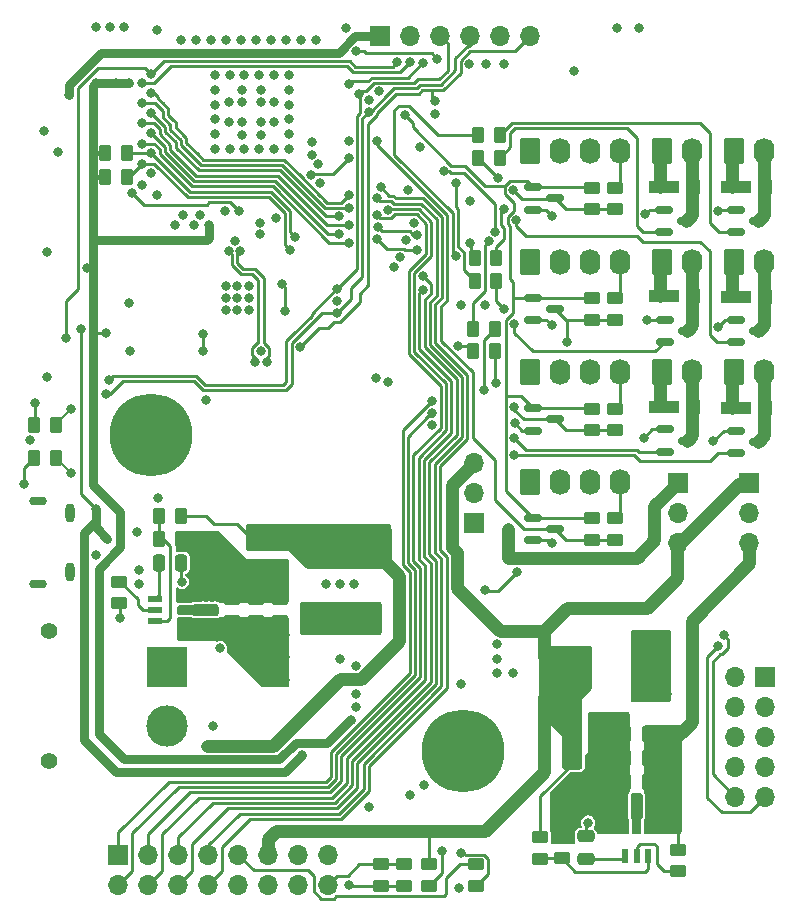
<source format=gbr>
%TF.GenerationSoftware,KiCad,Pcbnew,8.0.2*%
%TF.CreationDate,2024-07-11T10:10:59+02:00*%
%TF.ProjectId,HomeAssistant,486f6d65-4173-4736-9973-74616e742e6b,0.1*%
%TF.SameCoordinates,Original*%
%TF.FileFunction,Copper,L4,Bot*%
%TF.FilePolarity,Positive*%
%FSLAX46Y46*%
G04 Gerber Fmt 4.6, Leading zero omitted, Abs format (unit mm)*
G04 Created by KiCad (PCBNEW 8.0.2) date 2024-07-11 10:10:59*
%MOMM*%
%LPD*%
G01*
G04 APERTURE LIST*
G04 Aperture macros list*
%AMRoundRect*
0 Rectangle with rounded corners*
0 $1 Rounding radius*
0 $2 $3 $4 $5 $6 $7 $8 $9 X,Y pos of 4 corners*
0 Add a 4 corners polygon primitive as box body*
4,1,4,$2,$3,$4,$5,$6,$7,$8,$9,$2,$3,0*
0 Add four circle primitives for the rounded corners*
1,1,$1+$1,$2,$3*
1,1,$1+$1,$4,$5*
1,1,$1+$1,$6,$7*
1,1,$1+$1,$8,$9*
0 Add four rect primitives between the rounded corners*
20,1,$1+$1,$2,$3,$4,$5,0*
20,1,$1+$1,$4,$5,$6,$7,0*
20,1,$1+$1,$6,$7,$8,$9,0*
20,1,$1+$1,$8,$9,$2,$3,0*%
G04 Aperture macros list end*
%TA.AperFunction,ComponentPad*%
%ADD10R,1.700000X1.700000*%
%TD*%
%TA.AperFunction,ComponentPad*%
%ADD11O,1.700000X1.700000*%
%TD*%
%TA.AperFunction,WasherPad*%
%ADD12C,7.000000*%
%TD*%
%TA.AperFunction,ComponentPad*%
%ADD13RoundRect,0.250000X-0.620000X-0.845000X0.620000X-0.845000X0.620000X0.845000X-0.620000X0.845000X0*%
%TD*%
%TA.AperFunction,ComponentPad*%
%ADD14O,1.740000X2.190000*%
%TD*%
%TA.AperFunction,ComponentPad*%
%ADD15O,0.800000X1.600000*%
%TD*%
%TA.AperFunction,ComponentPad*%
%ADD16O,1.500000X0.750000*%
%TD*%
%TA.AperFunction,ComponentPad*%
%ADD17C,1.400000*%
%TD*%
%TA.AperFunction,ComponentPad*%
%ADD18R,3.500000X3.500000*%
%TD*%
%TA.AperFunction,ComponentPad*%
%ADD19C,3.500000*%
%TD*%
%TA.AperFunction,SMDPad,CuDef*%
%ADD20RoundRect,0.250000X0.450000X-0.262500X0.450000X0.262500X-0.450000X0.262500X-0.450000X-0.262500X0*%
%TD*%
%TA.AperFunction,SMDPad,CuDef*%
%ADD21RoundRect,0.250000X-0.450000X0.262500X-0.450000X-0.262500X0.450000X-0.262500X0.450000X0.262500X0*%
%TD*%
%TA.AperFunction,SMDPad,CuDef*%
%ADD22RoundRect,0.150000X-0.587500X-0.150000X0.587500X-0.150000X0.587500X0.150000X-0.587500X0.150000X0*%
%TD*%
%TA.AperFunction,SMDPad,CuDef*%
%ADD23RoundRect,0.250000X-0.250000X-0.475000X0.250000X-0.475000X0.250000X0.475000X-0.250000X0.475000X0*%
%TD*%
%TA.AperFunction,SMDPad,CuDef*%
%ADD24RoundRect,0.250000X0.250000X0.475000X-0.250000X0.475000X-0.250000X-0.475000X0.250000X-0.475000X0*%
%TD*%
%TA.AperFunction,SMDPad,CuDef*%
%ADD25RoundRect,0.250000X-0.262500X-0.450000X0.262500X-0.450000X0.262500X0.450000X-0.262500X0.450000X0*%
%TD*%
%TA.AperFunction,SMDPad,CuDef*%
%ADD26RoundRect,0.041300X-0.253700X0.583700X-0.253700X-0.583700X0.253700X-0.583700X0.253700X0.583700X0*%
%TD*%
%TA.AperFunction,SMDPad,CuDef*%
%ADD27R,2.616200X1.117600*%
%TD*%
%TA.AperFunction,SMDPad,CuDef*%
%ADD28R,1.244600X1.244600*%
%TD*%
%TA.AperFunction,SMDPad,CuDef*%
%ADD29R,3.505200X2.260600*%
%TD*%
%TA.AperFunction,SMDPad,CuDef*%
%ADD30RoundRect,0.250000X0.475000X-0.250000X0.475000X0.250000X-0.475000X0.250000X-0.475000X-0.250000X0*%
%TD*%
%TA.AperFunction,SMDPad,CuDef*%
%ADD31RoundRect,0.041300X0.583700X0.253700X-0.583700X0.253700X-0.583700X-0.253700X0.583700X-0.253700X0*%
%TD*%
%TA.AperFunction,SMDPad,CuDef*%
%ADD32RoundRect,0.250000X-0.475000X0.250000X-0.475000X-0.250000X0.475000X-0.250000X0.475000X0.250000X0*%
%TD*%
%TA.AperFunction,SMDPad,CuDef*%
%ADD33R,2.260600X3.505200*%
%TD*%
%TA.AperFunction,ViaPad*%
%ADD34C,0.800000*%
%TD*%
%TA.AperFunction,ViaPad*%
%ADD35C,0.450000*%
%TD*%
%TA.AperFunction,Conductor*%
%ADD36C,0.250000*%
%TD*%
%TA.AperFunction,Conductor*%
%ADD37C,0.800000*%
%TD*%
%TA.AperFunction,Conductor*%
%ADD38C,1.100000*%
%TD*%
%TA.AperFunction,Conductor*%
%ADD39C,0.400000*%
%TD*%
%TA.AperFunction,Conductor*%
%ADD40C,0.200000*%
%TD*%
%TA.AperFunction,Conductor*%
%ADD41C,0.267208*%
%TD*%
G04 APERTURE END LIST*
D10*
%TO.P,JP3,1,A*%
%TO.N,+3V3_ED*%
X103950000Y-92915000D03*
D11*
%TO.P,JP3,2,C*%
%TO.N,/IO Connectors/V_OUT_3*%
X103950000Y-90375000D03*
%TO.P,JP3,3,B*%
%TO.N,+5V_ED*%
X103950000Y-87835000D03*
%TD*%
D10*
%TO.P,J4,1,Pin_1*%
%TO.N,/IO Connectors/GPIO13*%
X73825000Y-121010000D03*
D11*
%TO.P,J4,2,Pin_2*%
%TO.N,/IO Connectors/GPIO12*%
X73825000Y-123550000D03*
%TO.P,J4,3,Pin_3*%
%TO.N,/IO Connectors/GPIO5*%
X76365000Y-121010000D03*
%TO.P,J4,4,Pin_4*%
%TO.N,/IO Connectors/GPIO4*%
X76365000Y-123550000D03*
%TO.P,J4,5,Pin_5*%
%TO.N,/IO Connectors/GPIO15*%
X78905000Y-121010000D03*
%TO.P,J4,6,Pin_6*%
%TO.N,/IO Connectors/GPIO14*%
X78905000Y-123550000D03*
%TO.P,J4,7,Pin_7*%
%TO.N,/IO Connectors/GPIO3*%
X81445000Y-121010000D03*
%TO.P,J4,8,Pin_8*%
%TO.N,/IO Connectors/GPIO2*%
X81445000Y-123550000D03*
%TO.P,J4,9,Pin_9*%
%TO.N,+3V3_ED*%
X83985000Y-121010000D03*
%TO.P,J4,10,Pin_10*%
%TO.N,GND*%
X83985000Y-123550000D03*
%TO.P,J4,11,Pin_11*%
%TO.N,+5V_ED*%
X86525000Y-121010000D03*
%TO.P,J4,12,Pin_12*%
%TO.N,GND*%
X86525000Y-123550000D03*
%TO.P,J4,13,Pin_13*%
X89065000Y-121010000D03*
%TO.P,J4,14,Pin_14*%
X89065000Y-123550000D03*
%TO.P,J4,15,Pin_15*%
%TO.N,+12V_FILT*%
X91605000Y-121010000D03*
%TO.P,J4,16,Pin_16*%
X91605000Y-123550000D03*
%TD*%
D12*
%TO.P,H5,*%
%TO.N,*%
X76600000Y-85500000D03*
%TD*%
D13*
%TO.P,J9,1,Pin_1*%
%TO.N,/IO Connectors/V_OUT_2*%
X119880000Y-61450000D03*
D14*
%TO.P,J9,2,Pin_2*%
%TO.N,/IO Connectors/Q6_NEG*%
X122420000Y-61450000D03*
%TD*%
D13*
%TO.P,J12,1,Pin_1*%
%TO.N,/IO Connectors/V_OUT_3*%
X108680000Y-61450000D03*
D14*
%TO.P,J12,2,Pin_2*%
%TO.N,/IO Connectors/OUT_12*%
X111220000Y-61450000D03*
%TO.P,J12,3,Pin_3*%
%TO.N,GND*%
X113760000Y-61450000D03*
%TO.P,J12,4,Pin_4*%
%TO.N,/IO Connectors/IN_12*%
X116300000Y-61450000D03*
%TD*%
D13*
%TO.P,J8,1,Pin_1*%
%TO.N,/IO Connectors/V_OUT_1*%
X125980000Y-80120000D03*
D14*
%TO.P,J8,2,Pin_2*%
%TO.N,/IO Connectors/Q5_NEG*%
X128520000Y-80120000D03*
%TD*%
D10*
%TO.P,J5,1,Pin_1*%
%TO.N,GND*%
X128550000Y-105950000D03*
D11*
%TO.P,J5,2,Pin_2*%
%TO.N,+3V3_ED*%
X126010000Y-105950000D03*
%TO.P,J5,3,Pin_3*%
%TO.N,/IO Connectors/GPIO37{slash}MISO*%
X128550000Y-108490000D03*
%TO.P,J5,4,Pin_4*%
%TO.N,/IO Connectors/GPIO36{slash}CLK*%
X126010000Y-108490000D03*
%TO.P,J5,5,Pin_5*%
%TO.N,/IO Connectors/GPIO34{slash}CS*%
X128550000Y-111030000D03*
%TO.P,J5,6,Pin_6*%
%TO.N,/IO Connectors/GPIO35{slash}MOSI*%
X126010000Y-111030000D03*
%TO.P,J5,7,Pin_7*%
%TO.N,/IO Connectors/GPIO9{slash}I2CSCL*%
X128550000Y-113570000D03*
%TO.P,J5,8,Pin_8*%
%TO.N,/IO Connectors/GPIO8{slash}I2CSDA*%
X126010000Y-113570000D03*
%TO.P,J5,9,Pin_9*%
%TO.N,/IO Connectors/GPIO7*%
X128550000Y-116110000D03*
%TO.P,J5,10,Pin_10*%
%TO.N,/IO Connectors/GPIO6*%
X126010000Y-116110000D03*
%TD*%
D13*
%TO.P,J11,1,Pin_1*%
%TO.N,/IO Connectors/V_OUT_2*%
X119890000Y-80120000D03*
D14*
%TO.P,J11,2,Pin_2*%
%TO.N,/IO Connectors/Q8_NEG*%
X122430000Y-80120000D03*
%TD*%
D10*
%TO.P,JP1,1,A*%
%TO.N,+5V_ED*%
X127250000Y-89525000D03*
D11*
%TO.P,JP1,2,C*%
%TO.N,/IO Connectors/V_OUT_1*%
X127250000Y-92065000D03*
%TO.P,JP1,3,B*%
%TO.N,+12V_FILT*%
X127250000Y-94605000D03*
%TD*%
D10*
%TO.P,JP2,1,A*%
%TO.N,+3V3_ED*%
X121200000Y-89500000D03*
D11*
%TO.P,JP2,2,C*%
%TO.N,/IO Connectors/V_OUT_2*%
X121200000Y-92040000D03*
%TO.P,JP2,3,B*%
%TO.N,+5V_ED*%
X121200000Y-94580000D03*
%TD*%
D13*
%TO.P,J14,1,Pin_1*%
%TO.N,/IO Connectors/V_OUT_3*%
X108700000Y-80150000D03*
D14*
%TO.P,J14,2,Pin_2*%
%TO.N,/IO Connectors/OUT_14*%
X111240000Y-80150000D03*
%TO.P,J14,3,Pin_3*%
%TO.N,GND*%
X113780000Y-80150000D03*
%TO.P,J14,4,Pin_4*%
%TO.N,/IO Connectors/IN_14*%
X116320000Y-80150000D03*
%TD*%
D10*
%TO.P,J3,1,Pin_1*%
%TO.N,+3V3_FUSED*%
X95975000Y-51675000D03*
D11*
%TO.P,J3,2,Pin_2*%
%TO.N,GND*%
X98515000Y-51675000D03*
%TO.P,J3,3,Pin_3*%
%TO.N,/IO Connectors/U0RXD*%
X101055000Y-51675000D03*
%TO.P,J3,4,Pin_4*%
%TO.N,/IO Connectors/U0TXD*%
X103595000Y-51675000D03*
%TO.P,J3,5,Pin_5*%
%TO.N,/IO Connectors/GPIO0*%
X106135000Y-51675000D03*
%TO.P,J3,6,Pin_6*%
%TO.N,/IO Connectors/CHIP_PU*%
X108675000Y-51675000D03*
%TD*%
D13*
%TO.P,J10,1,Pin_1*%
%TO.N,/IO Connectors/V_OUT_2*%
X119860000Y-70800000D03*
D14*
%TO.P,J10,2,Pin_2*%
%TO.N,/IO Connectors/Q7_NEG*%
X122400000Y-70800000D03*
%TD*%
D13*
%TO.P,J6,1,Pin_1*%
%TO.N,/IO Connectors/V_OUT_1*%
X125960000Y-61450000D03*
D14*
%TO.P,J6,2,Pin_2*%
%TO.N,/IO Connectors/Q3_NEG*%
X128500000Y-61450000D03*
%TD*%
D15*
%TO.P,J1,S1,SHIELD*%
%TO.N,/Power/SGND*%
X69700000Y-92100000D03*
%TO.P,J1,S2,SHIELD*%
X69700000Y-97100000D03*
D16*
%TO.P,J1,S3,SHIELD*%
X67000000Y-91075000D03*
%TO.P,J1,S6,SHIELD*%
X67000000Y-98125000D03*
%TD*%
D13*
%TO.P,J7,1,Pin_1*%
%TO.N,/IO Connectors/V_OUT_1*%
X125960000Y-70800000D03*
D14*
%TO.P,J7,2,Pin_2*%
%TO.N,/IO Connectors/Q4_NEG*%
X128500000Y-70800000D03*
%TD*%
D17*
%TO.P,J2,*%
%TO.N,*%
X67975000Y-113100000D03*
X67975000Y-102100000D03*
D18*
%TO.P,J2,1,Pin_1*%
%TO.N,GND*%
X77975000Y-105100000D03*
D19*
%TO.P,J2,2,Pin_2*%
%TO.N,+12V*%
X77975000Y-110100000D03*
%TD*%
D13*
%TO.P,J15,1,Pin_1*%
%TO.N,/IO Connectors/V_OUT_3*%
X108700000Y-89470000D03*
D14*
%TO.P,J15,2,Pin_2*%
%TO.N,/IO Connectors/OUT_15*%
X111240000Y-89470000D03*
%TO.P,J15,3,Pin_3*%
%TO.N,GND*%
X113780000Y-89470000D03*
%TO.P,J15,4,Pin_4*%
%TO.N,/IO Connectors/IN_15*%
X116320000Y-89470000D03*
%TD*%
D12*
%TO.P,H6,*%
%TO.N,*%
X103000000Y-112200000D03*
%TD*%
D13*
%TO.P,J13,1,Pin_1*%
%TO.N,/IO Connectors/V_OUT_3*%
X108670000Y-70830000D03*
D14*
%TO.P,J13,2,Pin_2*%
%TO.N,/IO Connectors/OUT_13*%
X111210000Y-70830000D03*
%TO.P,J13,3,Pin_3*%
%TO.N,GND*%
X113750000Y-70830000D03*
%TO.P,J13,4,Pin_4*%
%TO.N,/IO Connectors/IN_13*%
X116290000Y-70830000D03*
%TD*%
D20*
%TO.P,R45,1*%
%TO.N,/IO Connectors/GPIO33*%
X115850000Y-85062500D03*
%TO.P,R45,2*%
%TO.N,/IO Connectors/IN_14*%
X115850000Y-83237500D03*
%TD*%
D21*
%TO.P,R20,1*%
%TO.N,+12V_FILT*%
X121200000Y-120587500D03*
%TO.P,R20,2*%
%TO.N,Net-(R20-Pad2)*%
X121200000Y-122412500D03*
%TD*%
D22*
%TO.P,D14,1*%
%TO.N,GND*%
X108912500Y-85100000D03*
%TO.P,D14,2*%
%TO.N,+3V3_FUSED*%
X108912500Y-83200000D03*
%TO.P,D14,3*%
%TO.N,/IO Connectors/GPIO33*%
X110787500Y-84150000D03*
%TD*%
D23*
%TO.P,C25,1*%
%TO.N,+5V_ED*%
X112373000Y-112920000D03*
%TO.P,C25,2*%
%TO.N,GND*%
X114273000Y-112920000D03*
%TD*%
D21*
%TO.P,R49,1*%
%TO.N,+12V_FILT*%
X98000000Y-121837500D03*
%TO.P,R49,2*%
%TO.N,/Power/RD18*%
X98000000Y-123662500D03*
%TD*%
%TO.P,R50,1*%
%TO.N,+12V_FILT*%
X96050000Y-121837500D03*
%TO.P,R50,2*%
%TO.N,/Power/RD18*%
X96050000Y-123662500D03*
%TD*%
D22*
%TO.P,Q3,1,G*%
%TO.N,/IO Connectors/R29Q3*%
X126112500Y-68300000D03*
%TO.P,Q3,2,S*%
%TO.N,GND*%
X126112500Y-66400000D03*
%TO.P,Q3,3,D*%
%TO.N,/IO Connectors/Q3_NEG*%
X127987500Y-67350000D03*
%TD*%
D24*
%TO.P,C22,1*%
%TO.N,+12V_FILT*%
X118650000Y-112800000D03*
%TO.P,C22,2*%
%TO.N,GND*%
X116750000Y-112800000D03*
%TD*%
D21*
%TO.P,R35,1*%
%TO.N,+3V3_FUSED*%
X113900000Y-64537500D03*
%TO.P,R35,2*%
%TO.N,/IO Connectors/GPIO46*%
X113900000Y-66362500D03*
%TD*%
D25*
%TO.P,R2,1*%
%TO.N,+3V3_FUSED*%
X72687500Y-61600000D03*
%TO.P,R2,2*%
%TO.N,/Processor/GPIO8{slash}I2CSDA*%
X74512500Y-61600000D03*
%TD*%
D21*
%TO.P,R47,1*%
%TO.N,+3V3_ED*%
X104100000Y-121837500D03*
%TO.P,R47,2*%
%TO.N,/Power/R47D16*%
X104100000Y-123662500D03*
%TD*%
D26*
%TO.P,U6,1,GND*%
%TO.N,GND*%
X116750000Y-118625500D03*
%TO.P,U6,2,SW*%
%TO.N,/Power/SW5V*%
X117700000Y-118625500D03*
%TO.P,U6,3,VIN*%
%TO.N,+12V_FILT*%
X118650000Y-118625500D03*
%TO.P,U6,4,VFB*%
%TO.N,/Power/FVB5V*%
X118650000Y-121135500D03*
%TO.P,U6,5,EN*%
%TO.N,Net-(R20-Pad2)*%
X117700000Y-121135500D03*
%TO.P,U6,6,VBST*%
%TO.N,Net-(C21-Pad1)*%
X116750000Y-121135500D03*
%TD*%
D27*
%TO.P,D10,1,K*%
%TO.N,/IO Connectors/V_OUT_2*%
X120049100Y-73750000D03*
D28*
%TO.P,D10,2,A*%
%TO.N,/IO Connectors/Q7_NEG*%
X122436700Y-73750000D03*
%TD*%
D22*
%TO.P,Q5,1,G*%
%TO.N,/IO Connectors/R31Q5*%
X126112500Y-87000000D03*
%TO.P,Q5,2,S*%
%TO.N,GND*%
X126112500Y-85100000D03*
%TO.P,Q5,3,D*%
%TO.N,/IO Connectors/Q5_NEG*%
X127987500Y-86050000D03*
%TD*%
D25*
%TO.P,R18,1*%
%TO.N,/Power/FVB3V3*%
X77287500Y-92300000D03*
%TO.P,R18,2*%
%TO.N,+3V3_ED*%
X79112500Y-92300000D03*
%TD*%
D27*
%TO.P,D6,1,K*%
%TO.N,/IO Connectors/V_OUT_1*%
X126149100Y-64450000D03*
D28*
%TO.P,D6,2,A*%
%TO.N,/IO Connectors/Q3_NEG*%
X128536700Y-64450000D03*
%TD*%
D21*
%TO.P,R41,1*%
%TO.N,+3V3_FUSED*%
X113900000Y-83237500D03*
%TO.P,R41,2*%
%TO.N,/IO Connectors/GPIO33*%
X113900000Y-85062500D03*
%TD*%
D25*
%TO.P,R32,1*%
%TO.N,/IO Connectors/Q6_BUFF*%
X104287500Y-62000000D03*
%TO.P,R32,2*%
%TO.N,/IO Connectors/R32Q6*%
X106112500Y-62000000D03*
%TD*%
%TO.P,R31,1*%
%TO.N,/IO Connectors/Q5_BUFF*%
X103887500Y-76500000D03*
%TO.P,R31,2*%
%TO.N,/IO Connectors/R31Q5*%
X105712500Y-76500000D03*
%TD*%
%TO.P,R33,1*%
%TO.N,/IO Connectors/Q7_BUFF*%
X103987500Y-72400000D03*
%TO.P,R33,2*%
%TO.N,/IO Connectors/R33Q7*%
X105812500Y-72400000D03*
%TD*%
D22*
%TO.P,Q7,1,G*%
%TO.N,/IO Connectors/R33Q7*%
X120062500Y-77600000D03*
%TO.P,Q7,2,S*%
%TO.N,GND*%
X120062500Y-75700000D03*
%TO.P,Q7,3,D*%
%TO.N,/IO Connectors/Q7_NEG*%
X121937500Y-76650000D03*
%TD*%
D25*
%TO.P,R34,1*%
%TO.N,/IO Connectors/Q8_BUFF*%
X103887500Y-78400000D03*
%TO.P,R34,2*%
%TO.N,/IO Connectors/R34Q8*%
X105712500Y-78400000D03*
%TD*%
D24*
%TO.P,C24,1*%
%TO.N,+12V_FILT*%
X118650000Y-114832000D03*
%TO.P,C24,2*%
%TO.N,GND*%
X116750000Y-114832000D03*
%TD*%
D23*
%TO.P,C26,1*%
%TO.N,+5V_ED*%
X112373000Y-110761000D03*
%TO.P,C26,2*%
%TO.N,GND*%
X114273000Y-110761000D03*
%TD*%
D24*
%TO.P,C23,1*%
%TO.N,+12V_FILT*%
X118650000Y-110768000D03*
%TO.P,C23,2*%
%TO.N,GND*%
X116750000Y-110768000D03*
%TD*%
D29*
%TO.P,L1,1*%
%TO.N,/Power/SW3V3*%
X93280000Y-101023000D03*
%TO.P,L1,2*%
%TO.N,+3V3_ED*%
X93280000Y-95384200D03*
%TD*%
D30*
%TO.P,C17,1*%
%TO.N,+12V_FILT*%
X85509000Y-101258600D03*
%TO.P,C17,2*%
%TO.N,GND*%
X85509000Y-99358600D03*
%TD*%
D31*
%TO.P,U5,1,GND*%
%TO.N,GND*%
X79429500Y-99358600D03*
%TO.P,U5,2,SW*%
%TO.N,/Power/SW3V3*%
X79429500Y-100308600D03*
%TO.P,U5,3,VIN*%
%TO.N,+12V_FILT*%
X79429500Y-101258600D03*
%TO.P,U5,4,VFB*%
%TO.N,/Power/FVB3V3*%
X76919500Y-101258600D03*
%TO.P,U5,5,EN*%
%TO.N,Net-(R17-Pad2)*%
X76919500Y-100308600D03*
%TO.P,U5,6,VBST*%
%TO.N,Net-(C15-Pad1)*%
X76919500Y-99358600D03*
%TD*%
D22*
%TO.P,Q8,1,G*%
%TO.N,/IO Connectors/R34Q8*%
X120062500Y-86900000D03*
%TO.P,Q8,2,S*%
%TO.N,GND*%
X120062500Y-85000000D03*
%TO.P,Q8,3,D*%
%TO.N,/IO Connectors/Q8_NEG*%
X121937500Y-85950000D03*
%TD*%
D20*
%TO.P,R17,1*%
%TO.N,+12V_FILT*%
X73900000Y-99712500D03*
%TO.P,R17,2*%
%TO.N,Net-(R17-Pad2)*%
X73900000Y-97887500D03*
%TD*%
D27*
%TO.P,D7,1,K*%
%TO.N,/IO Connectors/V_OUT_1*%
X126149100Y-73800000D03*
D28*
%TO.P,D7,2,A*%
%TO.N,/IO Connectors/Q4_NEG*%
X128536700Y-73800000D03*
%TD*%
D25*
%TO.P,R51,1*%
%TO.N,/Processor/U0RXD*%
X66687500Y-84600000D03*
%TO.P,R51,2*%
%TO.N,Net-(D19-Pad2)*%
X68512500Y-84600000D03*
%TD*%
%TO.P,R3,1*%
%TO.N,+3V3_FUSED*%
X72687500Y-63600000D03*
%TO.P,R3,2*%
%TO.N,/Processor/GPIO9{slash}I2CSCL*%
X74512500Y-63600000D03*
%TD*%
D20*
%TO.P,R44,1*%
%TO.N,/IO Connectors/GPIO17*%
X115850000Y-75712500D03*
%TO.P,R44,2*%
%TO.N,/IO Connectors/IN_13*%
X115850000Y-73887500D03*
%TD*%
%TO.P,R37,1*%
%TO.N,/IO Connectors/GPIO46*%
X115850000Y-66362500D03*
%TO.P,R37,2*%
%TO.N,/IO Connectors/IN_12*%
X115850000Y-64537500D03*
%TD*%
%TO.P,R21,1*%
%TO.N,/Power/FVB5V*%
X109550000Y-121337500D03*
%TO.P,R21,2*%
%TO.N,+5V_ED*%
X109550000Y-119512500D03*
%TD*%
D21*
%TO.P,R43,1*%
%TO.N,+3V3_FUSED*%
X113900000Y-92537500D03*
%TO.P,R43,2*%
%TO.N,/IO Connectors/GPIO39*%
X113900000Y-94362500D03*
%TD*%
D32*
%TO.P,C20,1*%
%TO.N,+3V3_ED*%
X85480000Y-94653600D03*
%TO.P,C20,2*%
%TO.N,GND*%
X85480000Y-96553600D03*
%TD*%
D22*
%TO.P,D12,1*%
%TO.N,GND*%
X108912500Y-66400000D03*
%TO.P,D12,2*%
%TO.N,+3V3_FUSED*%
X108912500Y-64500000D03*
%TO.P,D12,3*%
%TO.N,/IO Connectors/GPIO46*%
X110787500Y-65450000D03*
%TD*%
D27*
%TO.P,D11,1,K*%
%TO.N,/IO Connectors/V_OUT_2*%
X120049100Y-83100000D03*
D28*
%TO.P,D11,2,A*%
%TO.N,/IO Connectors/Q8_NEG*%
X122436700Y-83100000D03*
%TD*%
D22*
%TO.P,D15,1*%
%TO.N,GND*%
X108912500Y-94400000D03*
%TO.P,D15,2*%
%TO.N,+3V3_FUSED*%
X108912500Y-92500000D03*
%TO.P,D15,3*%
%TO.N,/IO Connectors/GPIO39*%
X110787500Y-93450000D03*
%TD*%
%TO.P,D13,1*%
%TO.N,GND*%
X108912500Y-75750000D03*
%TO.P,D13,2*%
%TO.N,+3V3_FUSED*%
X108912500Y-73850000D03*
%TO.P,D13,3*%
%TO.N,/IO Connectors/GPIO17*%
X110787500Y-74800000D03*
%TD*%
D21*
%TO.P,R48,1*%
%TO.N,+5V_ED*%
X100100000Y-121837500D03*
%TO.P,R48,2*%
%TO.N,/Power/R48D17*%
X100100000Y-123662500D03*
%TD*%
D33*
%TO.P,L2,1*%
%TO.N,/Power/SW5V*%
X118342400Y-105120000D03*
%TO.P,L2,2*%
%TO.N,+5V_ED*%
X112703600Y-105120000D03*
%TD*%
D20*
%TO.P,R22,1*%
%TO.N,/Power/FVB5V*%
X111350000Y-121332500D03*
%TO.P,R22,2*%
%TO.N,GND*%
X111350000Y-119507500D03*
%TD*%
D30*
%TO.P,C18,1*%
%TO.N,+12V_FILT*%
X83477000Y-101258600D03*
%TO.P,C18,2*%
%TO.N,GND*%
X83477000Y-99358600D03*
%TD*%
D32*
%TO.P,C19,1*%
%TO.N,+3V3_ED*%
X87512000Y-94653600D03*
%TO.P,C19,2*%
%TO.N,GND*%
X87512000Y-96553600D03*
%TD*%
D21*
%TO.P,R39,1*%
%TO.N,+3V3_FUSED*%
X113900000Y-73887500D03*
%TO.P,R39,2*%
%TO.N,/IO Connectors/GPIO17*%
X113900000Y-75712500D03*
%TD*%
D25*
%TO.P,R52,1*%
%TO.N,/Processor/U0TXD*%
X66687500Y-87400000D03*
%TO.P,R52,2*%
%TO.N,Net-(D20-Pad2)*%
X68512500Y-87400000D03*
%TD*%
%TO.P,R29,1*%
%TO.N,/IO Connectors/Q3_BUFF*%
X104287500Y-60100000D03*
%TO.P,R29,2*%
%TO.N,/IO Connectors/R29Q3*%
X106112500Y-60100000D03*
%TD*%
D22*
%TO.P,Q6,1,G*%
%TO.N,/IO Connectors/R32Q6*%
X120012500Y-68300000D03*
%TO.P,Q6,2,S*%
%TO.N,GND*%
X120012500Y-66400000D03*
%TO.P,Q6,3,D*%
%TO.N,/IO Connectors/Q6_NEG*%
X121887500Y-67350000D03*
%TD*%
D27*
%TO.P,D8,1,K*%
%TO.N,/IO Connectors/V_OUT_1*%
X126149100Y-83150000D03*
D28*
%TO.P,D8,2,A*%
%TO.N,/IO Connectors/Q5_NEG*%
X128536700Y-83150000D03*
%TD*%
D30*
%TO.P,C16,1*%
%TO.N,+12V_FILT*%
X87541000Y-101258600D03*
%TO.P,C16,2*%
%TO.N,GND*%
X87541000Y-99358600D03*
%TD*%
D25*
%TO.P,R19,1*%
%TO.N,/Power/FVB3V3*%
X77287500Y-94300000D03*
%TO.P,R19,2*%
%TO.N,GND*%
X79112500Y-94300000D03*
%TD*%
D22*
%TO.P,Q4,1,G*%
%TO.N,/IO Connectors/R30Q4*%
X126099200Y-77600000D03*
%TO.P,Q4,2,S*%
%TO.N,GND*%
X126099200Y-75700000D03*
%TO.P,Q4,3,D*%
%TO.N,/IO Connectors/Q4_NEG*%
X127974200Y-76650000D03*
%TD*%
D25*
%TO.P,R30,1*%
%TO.N,/IO Connectors/Q4_BUFF*%
X103987500Y-70500000D03*
%TO.P,R30,2*%
%TO.N,/IO Connectors/R30Q4*%
X105812500Y-70500000D03*
%TD*%
D27*
%TO.P,D9,1,K*%
%TO.N,/IO Connectors/V_OUT_2*%
X120049100Y-64450000D03*
D28*
%TO.P,D9,2,A*%
%TO.N,/IO Connectors/Q6_NEG*%
X122436700Y-64450000D03*
%TD*%
D23*
%TO.P,C15,1*%
%TO.N,Net-(C15-Pad1)*%
X77250000Y-96300000D03*
%TO.P,C15,2*%
%TO.N,/Power/SW3V3*%
X79150000Y-96300000D03*
%TD*%
D20*
%TO.P,R46,1*%
%TO.N,/IO Connectors/GPIO39*%
X115850000Y-94362500D03*
%TO.P,R46,2*%
%TO.N,/IO Connectors/IN_15*%
X115850000Y-92537500D03*
%TD*%
D30*
%TO.P,C21,1*%
%TO.N,Net-(C21-Pad1)*%
X113382000Y-121370000D03*
%TO.P,C21,2*%
%TO.N,/Power/SW5V*%
X113382000Y-119470000D03*
%TD*%
D34*
%TO.N,GND*%
X102700000Y-123800000D03*
X84900000Y-72900000D03*
X85900000Y-57300000D03*
X114300000Y-109400000D03*
X106450000Y-54100000D03*
X68700000Y-61500000D03*
X83100000Y-97900000D03*
X95037383Y-57098422D03*
X88250000Y-56250000D03*
X105900000Y-103200000D03*
X82900000Y-74900000D03*
X110550000Y-94600000D03*
X92299838Y-74151063D03*
X81661000Y-52070000D03*
X124624500Y-76300000D03*
X110500000Y-66900000D03*
X75600000Y-96900000D03*
X73100000Y-50900000D03*
X85471000Y-52070000D03*
X67500000Y-59700000D03*
X87000000Y-61250000D03*
X112600000Y-116000000D03*
X84500000Y-61250000D03*
X116500000Y-109400000D03*
X81200000Y-96800000D03*
X105900000Y-104400000D03*
X77089000Y-65151000D03*
X80600000Y-97900000D03*
X98371845Y-64713486D03*
X81800000Y-94300000D03*
X82425530Y-103524823D03*
X107200000Y-105600000D03*
X93900000Y-105000000D03*
X82900000Y-73900000D03*
X99336779Y-61063221D03*
X90551000Y-52070000D03*
X82000000Y-55000000D03*
X82000000Y-58750000D03*
X74800000Y-78400000D03*
X71900000Y-95600000D03*
X82931000Y-52070000D03*
X83800000Y-96800000D03*
X115450000Y-114300000D03*
X88250000Y-55000000D03*
X104850000Y-74450000D03*
X118424500Y-66800000D03*
X95010000Y-116950000D03*
X82000000Y-56250000D03*
X100600000Y-58300000D03*
X82000000Y-57500000D03*
X84300000Y-56300000D03*
X84201000Y-52070000D03*
X83200000Y-95700000D03*
X81200000Y-82550000D03*
X86741000Y-52070000D03*
X124200500Y-86000000D03*
X91400000Y-98100000D03*
X118300500Y-85700000D03*
X85900000Y-59000000D03*
X115600000Y-115800000D03*
X83200000Y-59000000D03*
X84300000Y-59000000D03*
X85750000Y-61250000D03*
X111400000Y-118100000D03*
X83250000Y-55000000D03*
X83670388Y-69023963D03*
X115500000Y-112950000D03*
X84300000Y-57300000D03*
X83250000Y-61250000D03*
X92600000Y-98100000D03*
X118600000Y-75700000D03*
X71900000Y-50900000D03*
X83900000Y-72900000D03*
X113700000Y-116700000D03*
X103600000Y-65700000D03*
X110500000Y-76200000D03*
X87000000Y-55000000D03*
X75600000Y-98100000D03*
X84500000Y-55000000D03*
X115000000Y-117300000D03*
X111400000Y-115400000D03*
X115400000Y-109400000D03*
X81850000Y-110150000D03*
X80600000Y-95700000D03*
X124624500Y-66500000D03*
X79121000Y-52070000D03*
X85878457Y-78396312D03*
X66362500Y-85937500D03*
X98510000Y-115950000D03*
X85750000Y-55000000D03*
X88011000Y-52070000D03*
X88250000Y-60000000D03*
X90932000Y-64135000D03*
X84900000Y-73900000D03*
X88250000Y-57500000D03*
X92600000Y-104400000D03*
X105900000Y-105600000D03*
X115500000Y-111750000D03*
X88250000Y-58750000D03*
X85800000Y-68500000D03*
X83200000Y-57300000D03*
X81300000Y-98900000D03*
X81900000Y-97900000D03*
X75400000Y-93700000D03*
X115500000Y-110650000D03*
X103532799Y-54082799D03*
X83900000Y-74900000D03*
X88250000Y-61250000D03*
X89281000Y-52070000D03*
X93900000Y-108500000D03*
X84900000Y-74900000D03*
X77200000Y-90800000D03*
X87000000Y-59000000D03*
X104950000Y-54100000D03*
X80500000Y-94300000D03*
X87000000Y-57300000D03*
X93091000Y-51054000D03*
X82900000Y-72900000D03*
X85900000Y-56300000D03*
X82500000Y-96800000D03*
X84300000Y-60100000D03*
X112600000Y-117400000D03*
X81900000Y-95700000D03*
X67800000Y-80600000D03*
X83900000Y-73900000D03*
X82000000Y-60000000D03*
X93800000Y-98100000D03*
X80391000Y-52070000D03*
X93900000Y-107400000D03*
X74300000Y-50900000D03*
X77089000Y-51181000D03*
X107400000Y-84500000D03*
X67800000Y-70000000D03*
X85900000Y-60100000D03*
X116400000Y-116800000D03*
X84300000Y-97900000D03*
X111400000Y-116700000D03*
X82000000Y-61250000D03*
X102850000Y-74500000D03*
X74700000Y-74300000D03*
X95880591Y-56392409D03*
X85800000Y-67500000D03*
%TO.N,VBUS*%
X72900000Y-94275000D03*
X70650000Y-76500000D03*
X71900000Y-92800000D03*
X71900000Y-91700000D03*
X89410000Y-112550000D03*
%TO.N,/Processor/GPIO0*%
X97435250Y-53900500D03*
X69400000Y-77300000D03*
X76600000Y-54900000D03*
%TO.N,/Processor/CHIP_PU*%
X81000000Y-76925500D03*
X81000000Y-78374500D03*
X89225500Y-77999647D03*
X100600000Y-57200000D03*
D35*
%TO.N,/Power/SW3V3*%
X80500000Y-100000000D03*
D34*
X89700000Y-101200000D03*
D35*
X81000000Y-100000000D03*
D34*
X90800000Y-101200000D03*
X90800000Y-100100000D03*
X95700000Y-101200000D03*
X79200000Y-97900000D03*
D35*
X81500000Y-100550000D03*
D34*
X89700000Y-100100000D03*
D35*
X82000000Y-100550000D03*
X80500000Y-100550000D03*
X81500000Y-100000000D03*
X82000000Y-100000000D03*
X81000000Y-100550000D03*
D34*
X95700000Y-100100000D03*
D35*
%TO.N,/Power/SW5V*%
X118000000Y-116500000D03*
D34*
X120100000Y-102500000D03*
D35*
X117400000Y-117000000D03*
D34*
X118400000Y-107500000D03*
X120300000Y-107400000D03*
D35*
X117400000Y-116000000D03*
D34*
X117900000Y-102700000D03*
X120200000Y-106300000D03*
X120200000Y-105200000D03*
D35*
X118000000Y-117000000D03*
X118000000Y-116000000D03*
D34*
X119000000Y-102700000D03*
D35*
X117400000Y-116500000D03*
X118000000Y-117500000D03*
X117400000Y-117488000D03*
D34*
X113600000Y-118300000D03*
X120100049Y-103675451D03*
%TO.N,/Processor/RGB_CTRL*%
X84000000Y-66500000D03*
X75000000Y-65000000D03*
%TO.N,/IO Connectors/GPIO46*%
X107257433Y-64767165D03*
X100800000Y-53624500D03*
X93980000Y-53000000D03*
%TO.N,/IO Connectors/GPIO17*%
X95611055Y-80608445D03*
X87175211Y-67124789D03*
X111800000Y-77600000D03*
X82811751Y-66502205D03*
%TO.N,/IO Connectors/GPIO33*%
X107324500Y-83100000D03*
X96657253Y-81018247D03*
%TO.N,/IO Connectors/GPIO39*%
X95720500Y-60575500D03*
X93313500Y-60575500D03*
%TO.N,/Power/R47D16*%
X102800000Y-120900000D03*
%TO.N,/Power/R48D17*%
X101200000Y-120700000D03*
%TO.N,/Power/RD18*%
X93350000Y-123600000D03*
%TO.N,/IO Connectors/GPIO3*%
X93313500Y-66247699D03*
X75800000Y-57400000D03*
X95720500Y-65425170D03*
%TO.N,/IO Connectors/GPIO2*%
X93313500Y-65151000D03*
X76600000Y-56500000D03*
X96022345Y-64472335D03*
%TO.N,+12V_FILT*%
X87200000Y-105300000D03*
X86600000Y-104300000D03*
X121050000Y-114350000D03*
X120100000Y-112700000D03*
X121050000Y-112150000D03*
X121050000Y-113250000D03*
X73971987Y-100928795D03*
X120100000Y-111600000D03*
X87900000Y-106250000D03*
X120100000Y-113800000D03*
X86600000Y-106250000D03*
X85300000Y-102400000D03*
X86600000Y-102400000D03*
X87200000Y-103300000D03*
X87900000Y-102400000D03*
X121050000Y-111050000D03*
X87900000Y-104300000D03*
X99710000Y-115150000D03*
X120100000Y-110500000D03*
X120100000Y-114900000D03*
%TO.N,+3V3_FUSED*%
X71900000Y-55700000D03*
X69650000Y-56700000D03*
X81500000Y-67700000D03*
X72800000Y-76800000D03*
X81500000Y-68800000D03*
X98097778Y-58381672D03*
X73600000Y-55700000D03*
X93485315Y-109585315D03*
X102800000Y-106600000D03*
X71200000Y-71300000D03*
X74696234Y-55700000D03*
%TO.N,/IO Connectors/GPIO6*%
X125074500Y-102441758D03*
X99139000Y-68550000D03*
X92527289Y-68465909D03*
X95784500Y-67872121D03*
X76600000Y-59900000D03*
%TO.N,+3V3_ED*%
X95900000Y-94500000D03*
X96400000Y-93500000D03*
X106800000Y-94600000D03*
X106800000Y-95850000D03*
X93100000Y-93500000D03*
X92000000Y-93500000D03*
X94200000Y-93500000D03*
X96400000Y-95400000D03*
X106800000Y-93400000D03*
X90900000Y-93500000D03*
X82350000Y-111800000D03*
X95300000Y-93500000D03*
X81300000Y-111800000D03*
X90700000Y-94500000D03*
X83400000Y-111800000D03*
%TO.N,+5V_ED*%
X109900000Y-104300000D03*
X110900000Y-106000000D03*
X110900000Y-107100000D03*
X110900000Y-103800000D03*
X109900000Y-107700000D03*
X109900000Y-105500000D03*
X109900000Y-106600000D03*
X110900000Y-104900000D03*
%TO.N,/Processor/DTR*%
X87933505Y-74950500D03*
X87700000Y-72675500D03*
%TO.N,/IO Connectors/R30Q4*%
X106463507Y-66300000D03*
X107520500Y-67300000D03*
%TO.N,/IO Connectors/R31Q5*%
X104800000Y-81700000D03*
X107324500Y-87200000D03*
%TO.N,/IO Connectors/R33Q7*%
X106500000Y-74824500D03*
X107324500Y-76100000D03*
%TO.N,/IO Connectors/R34Q8*%
X105800000Y-81100000D03*
X107324500Y-85700000D03*
%TO.N,/Power/USB_N*%
X83148400Y-69900000D03*
X85398400Y-79272983D03*
%TO.N,/Processor/GPIO8{slash}I2CSDA*%
X76600000Y-61600000D03*
X88780461Y-68730039D03*
%TO.N,/Processor/GPIO9{slash}I2CSCL*%
X75800000Y-62500000D03*
X88316701Y-69783299D03*
%TO.N,/Processor/U0RXD*%
X92300008Y-73151561D03*
X73000000Y-80800000D03*
X66800000Y-82800000D03*
X94164286Y-56611897D03*
%TO.N,/Processor/U0TXD*%
X92300000Y-75175500D03*
X72800000Y-82000000D03*
X65800000Y-89600000D03*
X95024500Y-58097840D03*
%TO.N,/IO Connectors/GPIO21*%
X90127338Y-63422662D03*
X93313500Y-62024500D03*
%TO.N,/IO Connectors/GPIO45*%
X99600000Y-54000000D03*
X93345000Y-55753000D03*
%TO.N,/IO Connectors/Q3_BUFF*%
X102400000Y-70325500D03*
%TO.N,/IO Connectors/Q4_BUFF*%
X103599680Y-69200320D03*
%TO.N,/IO Connectors/Q5_BUFF*%
X105173459Y-69080444D03*
%TO.N,/IO Connectors/Q6_BUFF*%
X106000000Y-63700000D03*
%TO.N,/IO Connectors/Q7_BUFF*%
X102400000Y-64175500D03*
%TO.N,/IO Connectors/Q8_BUFF*%
X102600000Y-77900000D03*
X105739007Y-68256332D03*
X101386779Y-63113221D03*
%TO.N,/Processor/GPIO1*%
X98514750Y-53900500D03*
X75800000Y-55700000D03*
%TO.N,/Processor/GPIO4*%
X96636652Y-66410652D03*
X76600000Y-58200000D03*
X92495913Y-66972199D03*
%TO.N,/Processor/GPIO5*%
X95720500Y-66874670D03*
X93313500Y-67696699D03*
X75800000Y-59100000D03*
%TO.N,/Processor/GPIO7*%
X93313500Y-69190409D03*
X124624500Y-103334228D03*
X99125000Y-69800000D03*
X75800000Y-60800000D03*
X95755394Y-68871199D03*
%TO.N,/Processor/GPIO10*%
X76600000Y-63300000D03*
X98809561Y-67559732D03*
%TO.N,/Processor/GPIO11*%
X98169995Y-68951006D03*
X104903266Y-98575500D03*
X100374500Y-84611475D03*
X75800000Y-64300000D03*
X107600000Y-97050000D03*
%TO.N,/Processor/GPIO12*%
X97675500Y-70424100D03*
X100387048Y-83612051D03*
X78600000Y-67700000D03*
%TO.N,/Processor/GPIO13*%
X97135091Y-71264909D03*
X79295098Y-66835582D03*
X100374500Y-82600000D03*
%TO.N,/Processor/GPIO14*%
X99649747Y-72011247D03*
X80200000Y-67700000D03*
%TO.N,/Processor/GPIO15*%
X99588500Y-73192469D03*
X80744598Y-66844598D03*
%TO.N,/Processor/GPIO19*%
X90187299Y-61737299D03*
X117900000Y-51000000D03*
%TO.N,/Processor/GPIO20*%
X90756268Y-62559053D03*
X112400000Y-54700000D03*
%TO.N,/Processor/USB_P*%
X86401600Y-79272983D03*
X84151600Y-69900000D03*
%TO.N,Net-(D19-Pad2)*%
X69800000Y-83300000D03*
%TO.N,Net-(D20-Pad2)*%
X69800000Y-88700000D03*
%TO.N,/Processor/GPIO16*%
X116000000Y-51000500D03*
X90200000Y-60700000D03*
%TD*%
D36*
%TO.N,GND*%
X124624500Y-76300000D02*
X125224500Y-75700000D01*
X126112500Y-85100000D02*
X125100500Y-85100000D01*
X119000500Y-85000000D02*
X118300500Y-85700000D01*
X107400000Y-84500000D02*
X108000000Y-85100000D01*
X120012500Y-66400000D02*
X119100000Y-66400000D01*
X118824500Y-66400000D02*
X118424500Y-66800000D01*
X110350000Y-94400000D02*
X110550000Y-94600000D01*
X126112500Y-66400000D02*
X124724500Y-66400000D01*
X120062500Y-75700000D02*
X118600000Y-75700000D01*
X108912500Y-66400000D02*
X110000000Y-66400000D01*
X108912500Y-94400000D02*
X110350000Y-94400000D01*
X119100000Y-66400000D02*
X118824500Y-66400000D01*
X110050000Y-75750000D02*
X110500000Y-76200000D01*
X125224500Y-75700000D02*
X126099200Y-75700000D01*
X120062500Y-85000000D02*
X119000500Y-85000000D01*
X108000000Y-85100000D02*
X108912500Y-85100000D01*
X108912500Y-75750000D02*
X110050000Y-75750000D01*
X125100500Y-85100000D02*
X124200500Y-86000000D01*
X110000000Y-66400000D02*
X110500000Y-66900000D01*
X124724500Y-66400000D02*
X124624500Y-66500000D01*
D37*
%TO.N,VBUS*%
X70900000Y-93800000D02*
X71900000Y-92800000D01*
X70900000Y-111300000D02*
X70900000Y-93800000D01*
X87960000Y-114000000D02*
X73600000Y-114000000D01*
X71900000Y-93275000D02*
X72900000Y-94275000D01*
X71900000Y-91700000D02*
X71900000Y-92800000D01*
X73600000Y-114000000D02*
X70900000Y-111300000D01*
D36*
X70650000Y-90450000D02*
X71900000Y-91700000D01*
D37*
X89410000Y-112550000D02*
X87960000Y-114000000D01*
X71900000Y-92800000D02*
X71900000Y-93275000D01*
D36*
X70650000Y-76500000D02*
X70650000Y-90450000D01*
%TO.N,/Processor/GPIO0*%
X93861695Y-54287000D02*
X93399695Y-53825000D01*
X70400000Y-56100000D02*
X72100000Y-54400000D01*
X69400000Y-77300000D02*
X69400000Y-74100000D01*
X97435250Y-53900500D02*
X97048750Y-54287000D01*
X72100000Y-54400000D02*
X76100000Y-54400000D01*
X76100000Y-54400000D02*
X76600000Y-54900000D01*
X77675000Y-53825000D02*
X76600000Y-54900000D01*
X97048750Y-54287000D02*
X93861695Y-54287000D01*
X93399695Y-53825000D02*
X77675000Y-53825000D01*
X69400000Y-74100000D02*
X70400000Y-73100000D01*
X70400000Y-73100000D02*
X70400000Y-56100000D01*
%TO.N,/Processor/CHIP_PU*%
X97350396Y-56575000D02*
X99254000Y-56575000D01*
X97055591Y-56879110D02*
X97055591Y-56869805D01*
X99568000Y-56261000D02*
X100361000Y-56261000D01*
X94250000Y-74250805D02*
X94250000Y-73517000D01*
X100361000Y-56261000D02*
X101339000Y-56261000D01*
X91600000Y-76400000D02*
X92100000Y-75900000D01*
X102807799Y-53782494D02*
X103631293Y-52959000D01*
X107391000Y-52959000D02*
X108675000Y-51675000D01*
X95749500Y-58398145D02*
X95749500Y-58185201D01*
X89225500Y-77999647D02*
X90825147Y-76400000D01*
X103631293Y-52959000D02*
X107391000Y-52959000D01*
X94996000Y-72771000D02*
X94996000Y-59151645D01*
X100361000Y-56261000D02*
X100361000Y-56961000D01*
X92600805Y-75900000D02*
X94250000Y-74250805D01*
X81000000Y-78374500D02*
X81000000Y-76925500D01*
X92100000Y-75900000D02*
X92600805Y-75900000D01*
X100361000Y-56961000D02*
X100600000Y-57200000D01*
X94250000Y-73517000D02*
X94996000Y-72771000D01*
X99254000Y-56575000D02*
X99568000Y-56261000D01*
X97055591Y-56869805D02*
X97350396Y-56575000D01*
X101339000Y-56261000D02*
X102807799Y-54792201D01*
X95749500Y-58185201D02*
X97055591Y-56879110D01*
X94996000Y-59151645D02*
X95749500Y-58398145D01*
X102807799Y-54792201D02*
X102807799Y-53782494D01*
X90825147Y-76400000D02*
X91600000Y-76400000D01*
%TO.N,/Power/SW3V3*%
X79150000Y-96300000D02*
X79150000Y-97850000D01*
X79150000Y-97850000D02*
X79200000Y-97900000D01*
%TO.N,/Power/SW5V*%
X113382000Y-118518000D02*
X113600000Y-118300000D01*
X113382000Y-119470000D02*
X113382000Y-118518000D01*
%TO.N,/Processor/RGB_CTRL*%
X75000000Y-65000000D02*
X76000000Y-66000000D01*
X83277205Y-65777205D02*
X84000000Y-66500000D01*
X81299293Y-66000000D02*
X81522088Y-65777205D01*
X81522088Y-65777205D02*
X83277205Y-65777205D01*
X76000000Y-66000000D02*
X81299293Y-66000000D01*
D38*
%TO.N,/IO Connectors/V_OUT_1*%
X125763300Y-64450000D02*
X125763300Y-61646700D01*
X125750000Y-71010000D02*
X125960000Y-70800000D01*
X125763300Y-83150000D02*
X125763300Y-80336700D01*
X125763300Y-80336700D02*
X125980000Y-80120000D01*
X125750000Y-73750000D02*
X125750000Y-71010000D01*
X125763300Y-61646700D02*
X125960000Y-61450000D01*
%TO.N,/IO Connectors/Q3_NEG*%
X128500000Y-66837500D02*
X127987500Y-67350000D01*
X128500000Y-61450000D02*
X128500000Y-66837500D01*
%TO.N,/IO Connectors/Q4_NEG*%
X128500000Y-70800000D02*
X128500000Y-76124200D01*
X128500000Y-76124200D02*
X127974200Y-76650000D01*
%TO.N,/IO Connectors/Q5_NEG*%
X128520000Y-85517500D02*
X127987500Y-86050000D01*
X128520000Y-80120000D02*
X128520000Y-85517500D01*
%TO.N,/IO Connectors/V_OUT_2*%
X119713300Y-83050000D02*
X119713300Y-80296700D01*
X119663300Y-64450000D02*
X119663300Y-61666700D01*
X119663300Y-70996700D02*
X119860000Y-70800000D01*
X119663300Y-73750000D02*
X119663300Y-70996700D01*
X119663300Y-61666700D02*
X119880000Y-61450000D01*
X119713300Y-80296700D02*
X119890000Y-80120000D01*
%TO.N,/IO Connectors/Q6_NEG*%
X122420000Y-61450000D02*
X122420000Y-66817500D01*
X122420000Y-66817500D02*
X121887500Y-67350000D01*
%TO.N,/IO Connectors/Q7_NEG*%
X122400000Y-70800000D02*
X122400000Y-76187500D01*
X122400000Y-76187500D02*
X121937500Y-76650000D01*
%TO.N,/IO Connectors/Q8_NEG*%
X122430000Y-85457500D02*
X121937500Y-85950000D01*
X122430000Y-80120000D02*
X122430000Y-85457500D01*
D36*
%TO.N,/IO Connectors/GPIO46*%
X94600000Y-53000000D02*
X93980000Y-53000000D01*
X94775500Y-53175500D02*
X94600000Y-53000000D01*
X115850000Y-66362500D02*
X113900000Y-66362500D01*
X107257433Y-64767165D02*
X107990268Y-65500000D01*
X100351000Y-53175500D02*
X94775500Y-53175500D01*
X113900000Y-66362500D02*
X111700000Y-66362500D01*
X100800000Y-53624500D02*
X100351000Y-53175500D01*
X107990268Y-65500000D02*
X110737500Y-65500000D01*
X110737500Y-65500000D02*
X110787500Y-65450000D01*
X111700000Y-66362500D02*
X110787500Y-65450000D01*
%TO.N,/IO Connectors/GPIO17*%
X111700000Y-75712500D02*
X110787500Y-74800000D01*
X111800000Y-77600000D02*
X111800000Y-75812500D01*
X115850000Y-75712500D02*
X113900000Y-75712500D01*
X113900000Y-75712500D02*
X111700000Y-75712500D01*
X111800000Y-75812500D02*
X111700000Y-75712500D01*
%TO.N,/IO Connectors/GPIO33*%
X108150000Y-84150000D02*
X110787500Y-84150000D01*
X111700000Y-85062500D02*
X110787500Y-84150000D01*
X107324500Y-83100000D02*
X107324500Y-83324500D01*
X115850000Y-85062500D02*
X113900000Y-85062500D01*
X113900000Y-85062500D02*
X111700000Y-85062500D01*
X107324500Y-83324500D02*
X108150000Y-84150000D01*
%TO.N,/IO Connectors/GPIO39*%
X105700000Y-87600000D02*
X105700000Y-90950000D01*
X101114000Y-77480832D02*
X103812048Y-80178880D01*
X95720500Y-60899782D02*
X101663500Y-66842782D01*
X111700000Y-94362500D02*
X110787500Y-93450000D01*
X101114000Y-74601462D02*
X101114000Y-77480832D01*
X103812048Y-80178880D02*
X103812048Y-85712048D01*
X101663500Y-74051962D02*
X101114000Y-74601462D01*
X108200000Y-93450000D02*
X110787500Y-93450000D01*
X103812048Y-85712048D02*
X105700000Y-87600000D01*
X95720500Y-60575500D02*
X95720500Y-60899782D01*
X101663500Y-66842782D02*
X101663500Y-74051962D01*
X115850000Y-94362500D02*
X113900000Y-94362500D01*
X105700000Y-90950000D02*
X108200000Y-93450000D01*
X113900000Y-94362500D02*
X111700000Y-94362500D01*
%TO.N,/Power/R47D16*%
X103110711Y-120900000D02*
X103210711Y-121000000D01*
X105125000Y-121336827D02*
X105125000Y-122637500D01*
X105125000Y-122637500D02*
X104100000Y-123662500D01*
X102800000Y-120900000D02*
X103110711Y-120900000D01*
X103210711Y-121000000D02*
X104788173Y-121000000D01*
X104788173Y-121000000D02*
X105125000Y-121336827D01*
%TO.N,/Power/R48D17*%
X101200000Y-120700000D02*
X101200000Y-122562500D01*
X101200000Y-122562500D02*
X100100000Y-123662500D01*
%TO.N,/Power/RD18*%
X93412500Y-123662500D02*
X98000000Y-123662500D01*
X93350000Y-123600000D02*
X93412500Y-123662500D01*
%TO.N,Net-(R20-Pad2)*%
X120012500Y-122412500D02*
X121200000Y-122412500D01*
X119200000Y-120100000D02*
X119400000Y-120300000D01*
X119400000Y-121800000D02*
X120012500Y-122412500D01*
X119400000Y-120300000D02*
X119400000Y-121800000D01*
X117700000Y-120400000D02*
X118000000Y-120100000D01*
X117700000Y-121135500D02*
X117700000Y-120400000D01*
X118000000Y-120100000D02*
X119200000Y-120100000D01*
%TO.N,/IO Connectors/GPIO3*%
X79125000Y-60515812D02*
X78232000Y-59622812D01*
X94604594Y-115200000D02*
X94604594Y-113309010D01*
X101175000Y-95969188D02*
X101175000Y-106738604D01*
X96910305Y-65659000D02*
X97151305Y-65900000D01*
X77597000Y-58560604D02*
X77597000Y-58039000D01*
X84125000Y-117525000D02*
X81445000Y-120205000D01*
X78232000Y-59195604D02*
X77597000Y-58560604D01*
X91291380Y-66247699D02*
X87670886Y-62627205D01*
X100763500Y-67215574D02*
X100763500Y-73679170D01*
X99447926Y-65900000D02*
X100763500Y-67215574D01*
X87670886Y-62627205D02*
X80796581Y-62627205D01*
X100214000Y-77853624D02*
X102912048Y-80551672D01*
X95954330Y-65659000D02*
X96910305Y-65659000D01*
X100763500Y-73679170D02*
X100214000Y-74228670D01*
X79125000Y-60955624D02*
X79125000Y-60515812D01*
X76958000Y-57400000D02*
X75800000Y-57400000D01*
X81445000Y-120205000D02*
X81445000Y-121010000D01*
X94604594Y-113309010D02*
X94604594Y-115200000D01*
X93313500Y-66247699D02*
X91291380Y-66247699D01*
X100214000Y-74228670D02*
X100214000Y-77853624D01*
X100600000Y-87956864D02*
X100600000Y-95394188D01*
X97151305Y-65900000D02*
X99447926Y-65900000D01*
X102912048Y-85644816D02*
X100600000Y-87956864D01*
X94604594Y-115414587D02*
X92494181Y-117525000D01*
X102912048Y-80551672D02*
X102912048Y-85644816D01*
X95720500Y-65425170D02*
X95954330Y-65659000D01*
X78232000Y-59622812D02*
X78232000Y-59195604D01*
X101175000Y-106738604D02*
X94604594Y-113309010D01*
X100600000Y-95394188D02*
X101175000Y-95969188D01*
X77597000Y-58039000D02*
X76958000Y-57400000D01*
X94604594Y-115200000D02*
X94604594Y-115414587D01*
X80796581Y-62627205D02*
X79125000Y-60955624D01*
X92494181Y-117525000D02*
X84125000Y-117525000D01*
%TO.N,/IO Connectors/GPIO2*%
X100664000Y-77667228D02*
X103362048Y-80365276D01*
X77597698Y-57403302D02*
X78047000Y-57852604D01*
X79409292Y-60163708D02*
X79575000Y-60329416D01*
X101625000Y-106925000D02*
X95054594Y-113495406D01*
X76820000Y-56500000D02*
X77216000Y-56896000D01*
X95054594Y-113495406D02*
X95054594Y-115600983D01*
X80982977Y-62177205D02*
X83947000Y-62177205D01*
X78682000Y-59436416D02*
X79409292Y-60163708D01*
X101050000Y-88143260D02*
X101050000Y-95207792D01*
X95054594Y-115600983D02*
X92680577Y-117975000D01*
X97096701Y-65209000D02*
X97337701Y-65450000D01*
X82620000Y-120330000D02*
X82620000Y-122375000D01*
X77216000Y-56896000D02*
X77216000Y-57021604D01*
X96759010Y-65209000D02*
X97096701Y-65209000D01*
X79575000Y-60579000D02*
X79575000Y-60769228D01*
X78682000Y-59009208D02*
X78682000Y-59382000D01*
X91477776Y-65797699D02*
X91821000Y-65797699D01*
X100664000Y-74415066D02*
X100664000Y-77667228D01*
X78047000Y-57852604D02*
X78047000Y-58225396D01*
X92666801Y-65797699D02*
X93313500Y-65151000D01*
X76600000Y-56500000D02*
X76820000Y-56500000D01*
X103362048Y-85831212D02*
X101050000Y-88143260D01*
X78682000Y-59382000D02*
X78682000Y-59436416D01*
X76661701Y-56500000D02*
X76600000Y-56500000D01*
X97337701Y-65450000D02*
X99634322Y-65450000D01*
X79575000Y-60769228D02*
X80522886Y-61717114D01*
X89167039Y-63486962D02*
X91477776Y-65797699D01*
X92680577Y-117975000D02*
X84975000Y-117975000D01*
X101213500Y-73865566D02*
X100664000Y-74415066D01*
X77216000Y-57021604D02*
X77597698Y-57403302D01*
X78047000Y-58374208D02*
X78479896Y-58807104D01*
X79575000Y-60329416D02*
X79575000Y-60579000D01*
X78479896Y-58807104D02*
X78682000Y-59009208D01*
X84975000Y-117975000D02*
X82620000Y-120330000D01*
X80522886Y-61717114D02*
X80982977Y-62177205D01*
X103362048Y-80365276D02*
X103362048Y-85831212D01*
X91821000Y-65797699D02*
X92666801Y-65797699D01*
X101050000Y-95207792D02*
X101625000Y-95782792D01*
X89167039Y-63486962D02*
X90881539Y-65201462D01*
X78047000Y-58225396D02*
X78047000Y-58374208D01*
X82620000Y-122375000D02*
X81445000Y-123550000D01*
X96022345Y-64472335D02*
X96759010Y-65209000D01*
X101625000Y-95782792D02*
X101625000Y-106925000D01*
X87857282Y-62177205D02*
X89167039Y-63486962D01*
X101213500Y-67029178D02*
X101213500Y-73865566D01*
X99634322Y-65450000D02*
X101213500Y-67029178D01*
X83947000Y-62177205D02*
X87857282Y-62177205D01*
%TO.N,+12V_FILT*%
X93250000Y-122800000D02*
X92355000Y-122800000D01*
D38*
X121050000Y-111050000D02*
X121450000Y-110650000D01*
D36*
X94212500Y-121837500D02*
X93250000Y-122800000D01*
D38*
X121500000Y-110650000D02*
X122350000Y-109800000D01*
X122350000Y-101250000D02*
X127250000Y-96350000D01*
D36*
X92355000Y-122800000D02*
X91605000Y-123550000D01*
X98000000Y-121837500D02*
X94212500Y-121837500D01*
X121200000Y-120587500D02*
X121200000Y-116000000D01*
X121200000Y-116000000D02*
X120100000Y-114900000D01*
X73971987Y-100928795D02*
X73971987Y-99784487D01*
X73971987Y-99784487D02*
X73900000Y-99712500D01*
D38*
X127250000Y-96350000D02*
X127250000Y-94605000D01*
X122350000Y-109800000D02*
X122350000Y-101250000D01*
X121450000Y-110650000D02*
X121500000Y-110650000D01*
D37*
%TO.N,+3V3_FUSED*%
X71700000Y-69000000D02*
X71700000Y-71200000D01*
D39*
X72687500Y-61600000D02*
X71700000Y-61600000D01*
D40*
X71600000Y-71300000D02*
X71700000Y-71200000D01*
D36*
X113862500Y-92500000D02*
X113900000Y-92537500D01*
X108912500Y-83200000D02*
X107912500Y-82200000D01*
X107225000Y-72525000D02*
X107000000Y-72300000D01*
D37*
X79500000Y-112900000D02*
X74300000Y-112900000D01*
D40*
X71200000Y-71300000D02*
X71600000Y-71300000D01*
D36*
X102000000Y-62700000D02*
X103161827Y-62700000D01*
X107225000Y-73850000D02*
X107225000Y-75124805D01*
D37*
X72374696Y-53100000D02*
X92465786Y-53100000D01*
D36*
X108912500Y-92500000D02*
X113862500Y-92500000D01*
D37*
X69650000Y-56700000D02*
X69650000Y-55824696D01*
X71700000Y-61600000D02*
X71700000Y-63600000D01*
X69650000Y-55824696D02*
X72374696Y-53100000D01*
X93485315Y-109585315D02*
X93414685Y-109585315D01*
D36*
X108912500Y-73850000D02*
X107225000Y-73850000D01*
X104886827Y-64425000D02*
X106575000Y-64425000D01*
X108912500Y-73850000D02*
X113862500Y-73850000D01*
D37*
X81500000Y-68800000D02*
X81500000Y-67700000D01*
X71700000Y-63600000D02*
X71700000Y-69000000D01*
X74696234Y-55700000D02*
X71900000Y-55700000D01*
D36*
X107225000Y-73850000D02*
X107225000Y-72525000D01*
D37*
X72200000Y-110800000D02*
X72200000Y-96800000D01*
X92465786Y-53100000D02*
X93890786Y-51675000D01*
D36*
X103161827Y-62700000D02*
X104886827Y-64425000D01*
X108412500Y-64000000D02*
X108912500Y-64500000D01*
D37*
X71700000Y-69000000D02*
X81300000Y-69000000D01*
X74000000Y-92000000D02*
X71700000Y-89700000D01*
D39*
X72687500Y-63600000D02*
X71700000Y-63600000D01*
D37*
X79550000Y-112950000D02*
X79500000Y-112900000D01*
D36*
X106532433Y-65067470D02*
X106532433Y-64466860D01*
X72800000Y-76800000D02*
X71800000Y-76800000D01*
D37*
X71700000Y-55900000D02*
X71700000Y-61600000D01*
D36*
X71800000Y-76800000D02*
X71700000Y-76700000D01*
X108912500Y-83200000D02*
X113862500Y-83200000D01*
X113862500Y-73850000D02*
X113900000Y-73887500D01*
D37*
X74000000Y-95000000D02*
X74000000Y-92000000D01*
X71900000Y-55700000D02*
X71700000Y-55900000D01*
D36*
X106600000Y-90187500D02*
X108912500Y-92500000D01*
X107300000Y-65835037D02*
X106532433Y-65067470D01*
X98097778Y-58381672D02*
X98741106Y-59025000D01*
X106600000Y-75749805D02*
X106600000Y-83100000D01*
X108912500Y-64500000D02*
X113862500Y-64500000D01*
X106600000Y-83100000D02*
X106600000Y-90187500D01*
X107000000Y-67804805D02*
X106795500Y-67600305D01*
D37*
X87450000Y-112950000D02*
X79550000Y-112950000D01*
D36*
X107000000Y-72300000D02*
X107000000Y-67804805D01*
X107000000Y-64000000D02*
X108412500Y-64000000D01*
X98741106Y-59025000D02*
X98741106Y-59441106D01*
X106795500Y-67600305D02*
X106795500Y-66993312D01*
X113862500Y-83200000D02*
X113900000Y-83237500D01*
D37*
X71700000Y-89700000D02*
X71700000Y-76700000D01*
D36*
X106575000Y-64425000D02*
X107000000Y-64000000D01*
D37*
X71700000Y-71200000D02*
X71700000Y-76700000D01*
X93414685Y-109585315D02*
X91450000Y-111550000D01*
X72200000Y-96800000D02*
X74000000Y-95000000D01*
X74300000Y-112900000D02*
X72200000Y-110800000D01*
D36*
X107225000Y-75124805D02*
X106600000Y-75749805D01*
X113862500Y-64500000D02*
X113900000Y-64537500D01*
D37*
X91450000Y-111550000D02*
X88850000Y-111550000D01*
X81300000Y-69000000D02*
X81500000Y-68800000D01*
D36*
X106795500Y-66993312D02*
X107300000Y-66488812D01*
X107912500Y-82200000D02*
X106600000Y-82200000D01*
X98741106Y-59441106D02*
X102000000Y-62700000D01*
D37*
X88850000Y-111550000D02*
X87450000Y-112950000D01*
X93890786Y-51675000D02*
X95975000Y-51675000D01*
D36*
X107300000Y-66488812D02*
X107300000Y-65835037D01*
%TO.N,/IO Connectors/GPIO6*%
X124150000Y-114220000D02*
X124150000Y-104700000D01*
X98800000Y-68550000D02*
X99139000Y-68550000D01*
X95784500Y-67872121D02*
X96138385Y-68226006D01*
X91600402Y-68465909D02*
X87111698Y-63977205D01*
X87111698Y-63977205D02*
X80237393Y-63977205D01*
X77775000Y-61514812D02*
X77775000Y-61075000D01*
X125450000Y-103550000D02*
X125450000Y-102817258D01*
X126050000Y-116120000D02*
X124150000Y-114220000D01*
X124790772Y-104059228D02*
X124940772Y-104059228D01*
X98700000Y-68450000D02*
X98800000Y-68550000D01*
X124940772Y-104059228D02*
X125450000Y-103550000D01*
X124150000Y-104700000D02*
X124790772Y-104059228D01*
X98476006Y-68226006D02*
X98700000Y-68450000D01*
X96138385Y-68226006D02*
X98476006Y-68226006D01*
X92527289Y-68465909D02*
X91600402Y-68465909D01*
X80237393Y-63977205D02*
X77775000Y-61514812D01*
X77775000Y-61075000D02*
X76600000Y-59900000D01*
X125450000Y-102817258D02*
X125074500Y-102441758D01*
%TO.N,/IO Connectors/IN_12*%
X116300000Y-64087500D02*
X116300000Y-61450000D01*
X115850000Y-64537500D02*
X116300000Y-64087500D01*
%TO.N,Net-(C15-Pad1)*%
X77250000Y-96300000D02*
X77250000Y-99028100D01*
X77250000Y-99028100D02*
X76919500Y-99358600D01*
%TO.N,/IO Connectors/IN_13*%
X115850000Y-73887500D02*
X116290000Y-73447500D01*
X116290000Y-73447500D02*
X116290000Y-70830000D01*
%TO.N,/IO Connectors/IN_14*%
X116320000Y-82767500D02*
X116320000Y-80150000D01*
X115850000Y-83237500D02*
X116320000Y-82767500D01*
%TO.N,/IO Connectors/IN_15*%
X116320000Y-92067500D02*
X116320000Y-89470000D01*
X115850000Y-92537500D02*
X116320000Y-92067500D01*
D38*
%TO.N,+3V3_ED*%
X97600000Y-97450000D02*
X96400000Y-96250000D01*
D36*
X101400000Y-124550000D02*
X92266701Y-124550000D01*
D38*
X97600000Y-102926346D02*
X97600000Y-97450000D01*
X117700000Y-95850000D02*
X106800000Y-95850000D01*
D36*
X92091701Y-124725000D02*
X90975000Y-124725000D01*
X90975000Y-124725000D02*
X90350000Y-124100000D01*
X83826400Y-93000000D02*
X85480000Y-94653600D01*
X102712500Y-121837500D02*
X101600000Y-122950000D01*
X90350000Y-124100000D02*
X90350000Y-122800000D01*
D38*
X96400000Y-96250000D02*
X96400000Y-93500000D01*
D36*
X89850000Y-122300000D02*
X85275000Y-122300000D01*
X104100000Y-121837500D02*
X102712500Y-121837500D01*
X79112500Y-92300000D02*
X81200000Y-92300000D01*
X92266701Y-124550000D02*
X92091701Y-124725000D01*
X81200000Y-92300000D02*
X81900000Y-93000000D01*
D38*
X119200000Y-91500000D02*
X119200000Y-94350000D01*
X86900000Y-111800000D02*
X92550000Y-106150000D01*
D36*
X101600000Y-124350000D02*
X101400000Y-124550000D01*
X90350000Y-122800000D02*
X89850000Y-122300000D01*
D38*
X92550000Y-106150000D02*
X94376346Y-106150000D01*
X106800000Y-95850000D02*
X106800000Y-93400000D01*
X121200000Y-89500000D02*
X119200000Y-91500000D01*
X119200000Y-94350000D02*
X117700000Y-95850000D01*
X94376346Y-106150000D02*
X97600000Y-102926346D01*
D36*
X101600000Y-122950000D02*
X101600000Y-124350000D01*
D38*
X81300000Y-111800000D02*
X86900000Y-111800000D01*
D36*
X85275000Y-122300000D02*
X83985000Y-121010000D01*
X81900000Y-93000000D02*
X83826400Y-93000000D01*
%TO.N,Net-(C21-Pad1)*%
X113382000Y-121370000D02*
X116515500Y-121370000D01*
X116515500Y-121370000D02*
X116750000Y-121135500D01*
D38*
%TO.N,+5V_ED*%
X121150000Y-97600000D02*
X121150000Y-94850000D01*
D36*
X100100000Y-121837500D02*
X100100000Y-119050000D01*
D38*
X109900000Y-114000000D02*
X104900000Y-119000000D01*
X121150000Y-94850000D02*
X126475000Y-89525000D01*
X109900000Y-104300000D02*
X109900000Y-102050000D01*
X109900000Y-102050000D02*
X106150000Y-102050000D01*
D36*
X109550000Y-116050000D02*
X112373000Y-113227000D01*
D38*
X86525000Y-119675000D02*
X86525000Y-121010000D01*
X100050000Y-119000000D02*
X87200000Y-119000000D01*
X102500000Y-95420355D02*
X102100000Y-95020355D01*
X126475000Y-89525000D02*
X127250000Y-89525000D01*
X102100000Y-95020355D02*
X102100000Y-89685000D01*
D36*
X109550000Y-119512500D02*
X109550000Y-116050000D01*
D38*
X87200000Y-119000000D02*
X86525000Y-119675000D01*
X106150000Y-102050000D02*
X102500000Y-98400000D01*
X104900000Y-119000000D02*
X100050000Y-119000000D01*
X109900000Y-102050000D02*
X111800000Y-100150000D01*
D36*
X112373000Y-113227000D02*
X112373000Y-112920000D01*
D38*
X111800000Y-100150000D02*
X118600000Y-100150000D01*
X102100000Y-89685000D02*
X103950000Y-87835000D01*
D36*
X100100000Y-119050000D02*
X100050000Y-119000000D01*
D38*
X109900000Y-107700000D02*
X109900000Y-114000000D01*
X102500000Y-98400000D02*
X102500000Y-95420355D01*
X118600000Y-100150000D02*
X121150000Y-97600000D01*
D36*
%TO.N,Net-(R17-Pad2)*%
X75500000Y-99900000D02*
X75908600Y-100308600D01*
X75500000Y-99400000D02*
X75500000Y-99900000D01*
X73987500Y-97887500D02*
X75500000Y-99400000D01*
X73900000Y-97887500D02*
X73987500Y-97887500D01*
X75908600Y-100308600D02*
X76919500Y-100308600D01*
%TO.N,/Processor/DTR*%
X87700000Y-72675500D02*
X87933505Y-72909005D01*
X87933505Y-72909005D02*
X87933505Y-74950500D01*
%TO.N,/IO Connectors/R29Q3*%
X107162500Y-59050000D02*
X123050000Y-59050000D01*
X123050000Y-59050000D02*
X123900000Y-59900000D01*
X123900000Y-59900000D02*
X123900000Y-67500000D01*
X124700000Y-68300000D02*
X126112500Y-68300000D01*
X106112500Y-60100000D02*
X107162500Y-59050000D01*
X123900000Y-67500000D02*
X124700000Y-68300000D01*
%TO.N,/IO Connectors/R30Q4*%
X105812500Y-69537500D02*
X105812500Y-70500000D01*
X106464007Y-67956027D02*
X106464007Y-68885993D01*
X123900000Y-77000000D02*
X124500000Y-77600000D01*
X106464007Y-68885993D02*
X105812500Y-69537500D01*
X118200000Y-69100000D02*
X123100000Y-69100000D01*
X108300000Y-68600000D02*
X117700000Y-68600000D01*
X123100000Y-69100000D02*
X123900000Y-69900000D01*
X107520500Y-67300000D02*
X107520500Y-67820500D01*
X117700000Y-68600000D02*
X118200000Y-69100000D01*
X123900000Y-69900000D02*
X123900000Y-77000000D01*
X106200000Y-66563507D02*
X106200000Y-67692020D01*
X106463507Y-66300000D02*
X106200000Y-66563507D01*
X124500000Y-77600000D02*
X126099200Y-77600000D01*
X107520500Y-67820500D02*
X108300000Y-68600000D01*
X106200000Y-67692020D02*
X106464007Y-67956027D01*
%TO.N,/IO Connectors/R31Q5*%
X105712500Y-76500000D02*
X105112500Y-77100000D01*
X117500000Y-87200000D02*
X118000000Y-87700000D01*
X107324500Y-87200000D02*
X117500000Y-87200000D01*
X118000000Y-87700000D02*
X123900000Y-87700000D01*
X124600000Y-87000000D02*
X126112500Y-87000000D01*
X105112500Y-77100000D02*
X105100000Y-77100000D01*
X105100000Y-77100000D02*
X104800000Y-77400000D01*
X123900000Y-87700000D02*
X124600000Y-87000000D01*
X104800000Y-79600000D02*
X104800000Y-81700000D01*
X104800000Y-77400000D02*
X104800000Y-79600000D01*
%TO.N,/IO Connectors/R32Q6*%
X107400000Y-59500000D02*
X116900000Y-59500000D01*
X106100000Y-62000000D02*
X106112500Y-62000000D01*
X117700000Y-67800000D02*
X118200000Y-68300000D01*
X107000000Y-59900000D02*
X107400000Y-59500000D01*
X106112500Y-62000000D02*
X107000000Y-61112500D01*
X107000000Y-61112500D02*
X107000000Y-59900000D01*
X116900000Y-59500000D02*
X117700000Y-60300000D01*
X117700000Y-60300000D02*
X117700000Y-67800000D01*
X118200000Y-68300000D02*
X120012500Y-68300000D01*
%TO.N,/IO Connectors/R33Q7*%
X107324500Y-76100000D02*
X107324500Y-76824500D01*
X105812500Y-72400000D02*
X105812500Y-74137000D01*
X119262500Y-78400000D02*
X120062500Y-77600000D01*
X107324500Y-76824500D02*
X108900000Y-78400000D01*
X105812500Y-74137000D02*
X106500000Y-74824500D01*
X108900000Y-78400000D02*
X119262500Y-78400000D01*
%TO.N,/IO Connectors/R34Q8*%
X107324500Y-85700000D02*
X108374500Y-86750000D01*
X117900000Y-86900000D02*
X120062500Y-86900000D01*
X105712500Y-81012500D02*
X105800000Y-81100000D01*
X117750000Y-86750000D02*
X117900000Y-86900000D01*
X105712500Y-78400000D02*
X105712500Y-81012500D01*
X108374500Y-86750000D02*
X117750000Y-86750000D01*
D41*
%TO.N,/Power/USB_N*%
X85664796Y-77662708D02*
X85664796Y-72347426D01*
X83414796Y-71097426D02*
X83414796Y-70166396D01*
X83414796Y-70166396D02*
X83148400Y-69900000D01*
X85664796Y-72347426D02*
X85174173Y-71856803D01*
X85144853Y-78092443D02*
X85574588Y-77662708D01*
X85144853Y-78700181D02*
X85144853Y-78092443D01*
X85398400Y-79272983D02*
X85558028Y-79113355D01*
X85558028Y-79113355D02*
X85144853Y-78700181D01*
X85574588Y-77662708D02*
X85664796Y-77662708D01*
X85174173Y-71856803D02*
X84174173Y-71856803D01*
X84174173Y-71856803D02*
X83414796Y-71097426D01*
D36*
%TO.N,/Processor/GPIO8{slash}I2CSDA*%
X79864601Y-64877205D02*
X76600000Y-61612604D01*
X76600000Y-61612604D02*
X76600000Y-61600000D01*
X86738906Y-64877205D02*
X79864601Y-64877205D01*
X88375000Y-68324578D02*
X88375000Y-66513299D01*
X88780461Y-68730039D02*
X88375000Y-68324578D01*
X74512500Y-61600000D02*
X76600000Y-61600000D01*
X88375000Y-66513299D02*
X86738906Y-64877205D01*
%TO.N,/Processor/GPIO9{slash}I2CSCL*%
X79678205Y-65327205D02*
X76851000Y-62500000D01*
X86552510Y-65327205D02*
X79678205Y-65327205D01*
X88316701Y-69783299D02*
X87925000Y-69391598D01*
X74512500Y-63600000D02*
X74700000Y-63600000D01*
X87925000Y-69391598D02*
X87925000Y-66699695D01*
X87925000Y-66699695D02*
X86552510Y-65327205D01*
X74700000Y-63600000D02*
X75800000Y-62500000D01*
X76851000Y-62500000D02*
X75800000Y-62500000D01*
%TO.N,/Processor/U0RXD*%
X94402761Y-56373422D02*
X94756578Y-56373422D01*
X94038000Y-58461839D02*
X94300000Y-58199839D01*
X66800000Y-82800000D02*
X66800000Y-84487500D01*
X81200000Y-81250000D02*
X81186396Y-81250000D01*
X94300000Y-58199839D02*
X94300000Y-56747611D01*
X79400000Y-80450000D02*
X73350000Y-80450000D01*
X96180896Y-55667409D02*
X96188487Y-55675000D01*
X101700000Y-54627208D02*
X101700000Y-52320000D01*
X87750000Y-81250000D02*
X87200000Y-81250000D01*
X99195208Y-55361000D02*
X100966208Y-55361000D01*
X88050500Y-79900000D02*
X88050500Y-80949500D01*
X66800000Y-84487500D02*
X66687500Y-84600000D01*
X81186396Y-81250000D02*
X80718198Y-80781802D01*
X98881208Y-55675000D02*
X99195208Y-55361000D01*
X92300008Y-73151561D02*
X92274035Y-73151561D01*
X80386396Y-80450000D02*
X79400000Y-80450000D01*
X73350000Y-80450000D02*
X73000000Y-80800000D01*
X88631723Y-76931723D02*
X88050500Y-77512946D01*
X101700000Y-52320000D02*
X101055000Y-51675000D01*
X100966208Y-55361000D02*
X101700000Y-54627208D01*
X80718198Y-80781802D02*
X80386396Y-80450000D01*
X88050500Y-80949500D02*
X87750000Y-81250000D01*
X90200000Y-75363446D02*
X88631723Y-76931723D01*
X92300008Y-73151561D02*
X94038000Y-71413569D01*
X96188487Y-55675000D02*
X98881208Y-55675000D01*
X95462591Y-55667409D02*
X96180896Y-55667409D01*
X90200000Y-75300000D02*
X90200000Y-75363446D01*
X90200000Y-75225596D02*
X90200000Y-75300000D01*
X87200000Y-81250000D02*
X81200000Y-81250000D01*
X94164286Y-56611897D02*
X94402761Y-56373422D01*
X88050500Y-77512946D02*
X88050500Y-79900000D01*
X94756578Y-56373422D02*
X95462591Y-55667409D01*
X94038000Y-71413569D02*
X94038000Y-58461839D01*
X94300000Y-56747611D02*
X94164286Y-56611897D01*
X92274035Y-73151561D02*
X90200000Y-75225596D01*
%TO.N,/Processor/U0TXD*%
X96605591Y-56683409D02*
X97164000Y-56125000D01*
X102357799Y-54605805D02*
X102357799Y-53596098D01*
X96605591Y-56692714D02*
X96605591Y-56683409D01*
X103595000Y-52509000D02*
X103595000Y-51675000D01*
X73100000Y-82000000D02*
X72800000Y-82000000D01*
X94750000Y-58386235D02*
X94750000Y-58372340D01*
X88500500Y-77699342D02*
X88500500Y-81199500D01*
X102357799Y-53596098D02*
X103444897Y-52509000D01*
X93552086Y-73047914D02*
X94488000Y-72112000D01*
X101152604Y-55811000D02*
X102357799Y-54605805D01*
X88000000Y-81700000D02*
X81000000Y-81700000D01*
X80200000Y-80900000D02*
X74200000Y-80900000D01*
X93552086Y-73923414D02*
X93552086Y-73047914D01*
X88500500Y-81199500D02*
X88000000Y-81700000D01*
X73500000Y-81600000D02*
X73100000Y-82000000D01*
X103444897Y-52509000D02*
X103595000Y-52509000D01*
X91024342Y-75175500D02*
X88500500Y-77699342D01*
X81000000Y-81700000D02*
X80200000Y-80900000D01*
X94488000Y-58648235D02*
X94750000Y-58386235D01*
X74200000Y-80900000D02*
X73500000Y-81600000D01*
X65800000Y-88287500D02*
X66687500Y-87400000D01*
X99067604Y-56125000D02*
X99381604Y-55811000D01*
X97164000Y-56125000D02*
X99067604Y-56125000D01*
X95200465Y-58097840D02*
X96605591Y-56692714D01*
X99381604Y-55811000D02*
X101152604Y-55811000D01*
X92300000Y-75175500D02*
X93552086Y-73923414D01*
X94750000Y-58372340D02*
X95024500Y-58097840D01*
X92300000Y-75175500D02*
X91024342Y-75175500D01*
X95024500Y-58097840D02*
X95200465Y-58097840D01*
X94488000Y-72112000D02*
X94488000Y-58648235D01*
X65800000Y-89600000D02*
X65800000Y-88287500D01*
%TO.N,/Power/FVB3V3*%
X78200000Y-94900000D02*
X78200000Y-101000000D01*
X77287500Y-94300000D02*
X77287500Y-92300000D01*
X77600000Y-94300000D02*
X78200000Y-94900000D01*
X78200000Y-101000000D02*
X77941400Y-101258600D01*
X77941400Y-101258600D02*
X76919500Y-101258600D01*
X77287500Y-94300000D02*
X77600000Y-94300000D01*
%TO.N,/Power/FVB5V*%
X112517500Y-122500000D02*
X111350000Y-121332500D01*
X118650000Y-121135500D02*
X118650000Y-122250000D01*
X111350000Y-121332500D02*
X109555000Y-121332500D01*
X118650000Y-122250000D02*
X118400000Y-122500000D01*
X118400000Y-122500000D02*
X112517500Y-122500000D01*
%TO.N,/IO Connectors/GPIO21*%
X90200000Y-63350000D02*
X91988000Y-63350000D01*
X91988000Y-63350000D02*
X93313500Y-62024500D01*
X90127338Y-63422662D02*
X90200000Y-63350000D01*
%TO.N,/IO Connectors/GPIO45*%
X99600000Y-54000000D02*
X99540906Y-54000000D01*
X96374883Y-55225000D02*
X96367292Y-55217409D01*
X96367292Y-55217409D02*
X95276195Y-55217409D01*
X98315906Y-55225000D02*
X96374883Y-55225000D01*
X93599000Y-55499000D02*
X93345000Y-55753000D01*
X95276195Y-55217409D02*
X94994604Y-55499000D01*
X94994604Y-55499000D02*
X93599000Y-55499000D01*
X99540906Y-54000000D02*
X98315906Y-55225000D01*
%TO.N,/IO Connectors/Q3_BUFF*%
X97600000Y-57600000D02*
X98400000Y-57600000D01*
X100900000Y-60100000D02*
X104287500Y-60100000D01*
X102113500Y-66656386D02*
X97200000Y-61742886D01*
X102113500Y-70039000D02*
X102113500Y-66656386D01*
X102400000Y-70325500D02*
X102113500Y-70039000D01*
X97200000Y-58000000D02*
X97600000Y-57600000D01*
X98400000Y-57600000D02*
X100900000Y-60100000D01*
X97200000Y-61742886D02*
X97200000Y-58000000D01*
%TO.N,/IO Connectors/Q4_BUFF*%
X103700000Y-70212500D02*
X103987500Y-70500000D01*
X103599680Y-69200320D02*
X103600320Y-69200320D01*
X103600320Y-69200320D02*
X103700000Y-69300000D01*
X103700000Y-69300000D02*
X103700000Y-70212500D01*
%TO.N,/IO Connectors/Q5_BUFF*%
X105173459Y-69080444D02*
X104900000Y-69353903D01*
X104900000Y-69353903D02*
X104900000Y-73300000D01*
X103887500Y-74312500D02*
X103887500Y-76500000D01*
X104900000Y-73300000D02*
X103887500Y-74312500D01*
%TO.N,/IO Connectors/Q6_BUFF*%
X105987500Y-63700000D02*
X106000000Y-63700000D01*
X104287500Y-62000000D02*
X105987500Y-63700000D01*
%TO.N,/IO Connectors/Q7_BUFF*%
X102563500Y-66363500D02*
X102563500Y-69463695D01*
X102563500Y-69463695D02*
X103125000Y-70025195D01*
X103125000Y-70025195D02*
X103125000Y-71537500D01*
X102400000Y-66200000D02*
X102563500Y-66363500D01*
X102400000Y-64175500D02*
X102400000Y-66200000D01*
X103125000Y-71537500D02*
X103987500Y-72400000D01*
%TO.N,/IO Connectors/Q8_BUFF*%
X102600000Y-77900000D02*
X103387500Y-77900000D01*
X105739007Y-68256332D02*
X105739007Y-65939007D01*
X103387500Y-77900000D02*
X103887500Y-78400000D01*
X101813221Y-63113221D02*
X101386779Y-63113221D01*
X105739007Y-65939007D02*
X103100000Y-63300000D01*
X103100000Y-63300000D02*
X102000000Y-63300000D01*
X102000000Y-63300000D02*
X101813221Y-63113221D01*
%TO.N,/Processor/GPIO1*%
X97678250Y-54737000D02*
X93675299Y-54737000D01*
X93675299Y-54737000D02*
X93213299Y-54275000D01*
X76825305Y-55700000D02*
X75800000Y-55700000D01*
X78250305Y-54275000D02*
X76825305Y-55700000D01*
X93213299Y-54275000D02*
X78250305Y-54275000D01*
X98514750Y-53900500D02*
X97678250Y-54737000D01*
%TO.N,/Processor/GPIO4*%
X99825000Y-106179416D02*
X93150000Y-112854416D01*
X92495913Y-66972199D02*
X91379484Y-66972199D01*
X77775000Y-59802208D02*
X77775000Y-59375000D01*
X77540000Y-119260000D02*
X77540000Y-122375000D01*
X78675000Y-61142020D02*
X78675000Y-60702208D01*
X101562048Y-81110860D02*
X101562048Y-85085628D01*
X99250000Y-87397676D02*
X99250000Y-95953376D01*
X77775000Y-59375000D02*
X76600000Y-58200000D01*
X98864000Y-78412812D02*
X101562048Y-81110860D01*
X100313500Y-67401970D02*
X100313500Y-70322189D01*
X96636652Y-66410652D02*
X96697304Y-66350000D01*
X78675000Y-60702208D02*
X77775000Y-59802208D01*
X93150000Y-112854416D02*
X93150000Y-114959993D01*
X98864000Y-71771689D02*
X98864000Y-78412812D01*
X100313500Y-70322189D02*
X98864000Y-71771689D01*
X91934993Y-116175000D02*
X80625000Y-116175000D01*
X80625000Y-116175000D02*
X77540000Y-119260000D01*
X99261530Y-66350000D02*
X100313500Y-67401970D01*
X93150000Y-114959993D02*
X91934993Y-116175000D01*
X99825000Y-96528376D02*
X99825000Y-106179416D01*
X80610185Y-63077205D02*
X78675000Y-61142020D01*
X91379484Y-66972199D02*
X87484490Y-63077205D01*
X96697304Y-66350000D02*
X99261530Y-66350000D01*
X99250000Y-95953376D02*
X99825000Y-96528376D01*
X101562048Y-85085628D02*
X99250000Y-87397676D01*
X87484490Y-63077205D02*
X80610185Y-63077205D01*
X77540000Y-122375000D02*
X76365000Y-123550000D01*
%TO.N,/Processor/GPIO5*%
X101112048Y-84899232D02*
X98800000Y-87211280D01*
X76825305Y-59100000D02*
X75800000Y-59100000D01*
X76365000Y-119235000D02*
X76365000Y-121010000D01*
X98414000Y-71585293D02*
X98414000Y-78599208D01*
X101112048Y-81297256D02*
X101112048Y-84899232D01*
X98800000Y-87211280D02*
X98800000Y-96139772D01*
X80423789Y-63527205D02*
X78225000Y-61328416D01*
X99863500Y-70135793D02*
X98414000Y-71585293D01*
X95720500Y-66874670D02*
X95981482Y-67135652D01*
X77325000Y-59988604D02*
X77325000Y-59599695D01*
X99075134Y-66800000D02*
X99863500Y-67588366D01*
X79875000Y-115725000D02*
X76365000Y-119235000D01*
X77325000Y-59599695D02*
X76825305Y-59100000D01*
X92700000Y-112668020D02*
X92700000Y-114773597D01*
X99375000Y-105993020D02*
X92700000Y-112668020D01*
X78225000Y-60888604D02*
X77325000Y-59988604D01*
X78225000Y-61328416D02*
X78225000Y-60888604D01*
X98800000Y-96139772D02*
X99375000Y-96714772D01*
X96936957Y-67135652D02*
X97272609Y-66800000D01*
X99375000Y-96714772D02*
X99375000Y-105993020D01*
X87298094Y-63527205D02*
X80423789Y-63527205D01*
X92700000Y-114773597D02*
X91748597Y-115725000D01*
X95981482Y-67135652D02*
X96936957Y-67135652D01*
X99863500Y-67588366D02*
X99863500Y-70135793D01*
X91467588Y-67696699D02*
X87298094Y-63527205D01*
X97272609Y-66800000D02*
X99075134Y-66800000D01*
X98414000Y-78599208D02*
X101112048Y-81297256D01*
X93313500Y-67696699D02*
X91467588Y-67696699D01*
X91748597Y-115725000D02*
X79875000Y-115725000D01*
%TO.N,/Processor/GPIO7*%
X124624500Y-103334228D02*
X123700000Y-104258728D01*
X95755394Y-68871199D02*
X96584195Y-69700000D01*
X123700000Y-104258728D02*
X123700000Y-116200000D01*
X76825305Y-60800000D02*
X75800000Y-60800000D01*
X77325000Y-61299695D02*
X76825305Y-60800000D01*
X123700000Y-116200000D02*
X124900000Y-117400000D01*
X127310000Y-117400000D02*
X128590000Y-116120000D01*
X97975805Y-69699100D02*
X98076705Y-69800000D01*
X80050997Y-64427205D02*
X77325000Y-61701208D01*
X86925302Y-64427205D02*
X80050997Y-64427205D01*
X91688506Y-69190409D02*
X86925302Y-64427205D01*
X77325000Y-61701208D02*
X77325000Y-61299695D01*
X93313500Y-69190409D02*
X91688506Y-69190409D01*
X98076705Y-69800000D02*
X99125000Y-69800000D01*
X97375195Y-69699100D02*
X97975805Y-69699100D01*
X96584195Y-69700000D02*
X97374295Y-69700000D01*
X97374295Y-69700000D02*
X97375195Y-69699100D01*
X124900000Y-117400000D02*
X127310000Y-117400000D01*
%TO.N,/Processor/GPIO11*%
X105027766Y-98700000D02*
X104903266Y-98575500D01*
X105950000Y-98700000D02*
X105027766Y-98700000D01*
X107600000Y-97050000D02*
X105950000Y-98700000D01*
%TO.N,/Processor/GPIO12*%
X100387048Y-83612051D02*
X100187949Y-83612051D01*
X75000000Y-119200000D02*
X75000000Y-122375000D01*
X100457000Y-83881102D02*
X100457000Y-83886475D01*
X98350000Y-85610670D02*
X98350000Y-96326168D01*
X100187949Y-83612051D02*
X100457000Y-83881102D01*
X78925000Y-115275000D02*
X75000000Y-119200000D01*
X91562201Y-115275000D02*
X78925000Y-115275000D01*
X100074195Y-83886475D02*
X98350000Y-85610670D01*
X92250000Y-114587201D02*
X91562201Y-115275000D01*
X75000000Y-122375000D02*
X73825000Y-123550000D01*
X98925000Y-105806624D02*
X92250000Y-112481624D01*
X98350000Y-96326168D02*
X98925000Y-96901168D01*
X98925000Y-96901168D02*
X98925000Y-105806624D01*
X100457000Y-83886475D02*
X100074195Y-83886475D01*
X92250000Y-112481624D02*
X92250000Y-114587201D01*
%TO.N,/Processor/GPIO13*%
X100374500Y-82600000D02*
X97900000Y-85074500D01*
X97900000Y-96512564D02*
X98475000Y-97087564D01*
X91800000Y-112295228D02*
X91800000Y-114400805D01*
X98475000Y-97087564D02*
X98475000Y-105620228D01*
X98475000Y-105620228D02*
X91800000Y-112295228D01*
X91800000Y-114400805D02*
X91375805Y-114825000D01*
X78125000Y-114825000D02*
X73825000Y-119125000D01*
X73825000Y-119125000D02*
X73825000Y-121010000D01*
X97900000Y-85074500D02*
X97900000Y-96512564D01*
X91375805Y-114825000D02*
X78125000Y-114825000D01*
%TO.N,/Processor/GPIO14*%
X100725000Y-96155584D02*
X100725000Y-106552208D01*
X99649747Y-72011247D02*
X100313500Y-72675000D01*
X94050000Y-113227208D02*
X94050000Y-115332785D01*
X100150000Y-95580584D02*
X100725000Y-96155584D01*
X102462048Y-85458420D02*
X100150000Y-87770468D01*
X102462048Y-80738068D02*
X102462048Y-85458420D01*
X100150000Y-87770468D02*
X100150000Y-95580584D01*
X99764000Y-74042274D02*
X99764000Y-78040020D01*
X80080000Y-122375000D02*
X78905000Y-123550000D01*
X100725000Y-106552208D02*
X94050000Y-113227208D01*
X94050000Y-115332785D02*
X92307785Y-117075000D01*
X100313500Y-72675000D02*
X100313500Y-73492774D01*
X100313500Y-73492774D02*
X99764000Y-74042274D01*
X80080000Y-120120000D02*
X80080000Y-122375000D01*
X99764000Y-78040020D02*
X102462048Y-80738068D01*
X92307785Y-117075000D02*
X83125000Y-117075000D01*
X83125000Y-117075000D02*
X80080000Y-120120000D01*
%TO.N,/Processor/GPIO15*%
X102012048Y-85272024D02*
X99700000Y-87584072D01*
X99700000Y-87584072D02*
X99700000Y-95766980D01*
X99700000Y-95766980D02*
X100275000Y-96341980D01*
X99314000Y-73436000D02*
X99314000Y-78226416D01*
X100275000Y-106365812D02*
X93600000Y-113040812D01*
X93600000Y-113040812D02*
X93600000Y-115146389D01*
X100275000Y-96341980D02*
X100275000Y-106365812D01*
X81825000Y-116625000D02*
X78905000Y-119545000D01*
X99588500Y-73192469D02*
X99557531Y-73192469D01*
X99314000Y-78226416D02*
X102012048Y-80924464D01*
X99588500Y-73192469D02*
X99588500Y-73460500D01*
X102012048Y-80924464D02*
X102012048Y-85272024D01*
X99557531Y-73192469D02*
X99314000Y-73436000D01*
X93600000Y-115146389D02*
X92121389Y-116625000D01*
X78905000Y-119545000D02*
X78905000Y-121010000D01*
X92121389Y-116625000D02*
X81825000Y-116625000D01*
D41*
%TO.N,/Processor/USB_P*%
X83885204Y-70902574D02*
X83885204Y-70166396D01*
X86401600Y-79272983D02*
X86220429Y-79091812D01*
X86220429Y-79091812D02*
X86612061Y-78700181D01*
X86182326Y-77662708D02*
X86135204Y-77662708D01*
X85369025Y-71386395D02*
X84369025Y-71386395D01*
X86135204Y-72152574D02*
X85369025Y-71386395D01*
X86612061Y-78700181D02*
X86612061Y-78092443D01*
X83885204Y-70166396D02*
X84151600Y-69900000D01*
X86612061Y-78092443D02*
X86182326Y-77662708D01*
X84369025Y-71386395D02*
X83885204Y-70902574D01*
X86135204Y-77662708D02*
X86135204Y-72152574D01*
D40*
%TO.N,Net-(D19-Pad2)*%
X68512500Y-84587500D02*
X69800000Y-83300000D01*
X68512500Y-84600000D02*
X68512500Y-84587500D01*
%TO.N,Net-(D20-Pad2)*%
X68512500Y-87412500D02*
X69800000Y-88700000D01*
X68512500Y-87400000D02*
X68512500Y-87412500D01*
%TD*%
%TA.AperFunction,Conductor*%
%TO.N,/Power/SW3V3*%
G36*
X95906517Y-99601933D02*
G01*
X95954935Y-99611564D01*
X95991199Y-99626585D01*
X96023845Y-99648398D01*
X96051601Y-99676154D01*
X96073414Y-99708800D01*
X96088435Y-99745062D01*
X96098067Y-99793481D01*
X96100000Y-99813109D01*
X96100000Y-102186890D01*
X96098067Y-102206518D01*
X96088435Y-102254937D01*
X96073414Y-102291199D01*
X96051601Y-102323845D01*
X96023845Y-102351601D01*
X95991199Y-102373414D01*
X95954937Y-102388435D01*
X95922685Y-102394850D01*
X95906516Y-102398067D01*
X95886891Y-102400000D01*
X89413109Y-102400000D01*
X89393483Y-102398067D01*
X89372195Y-102393832D01*
X89345062Y-102388435D01*
X89308800Y-102373414D01*
X89276154Y-102351601D01*
X89248398Y-102323845D01*
X89226585Y-102291199D01*
X89211564Y-102254935D01*
X89201933Y-102206516D01*
X89200000Y-102186890D01*
X89200000Y-99813109D01*
X89201933Y-99793483D01*
X89211564Y-99745064D01*
X89226583Y-99708802D01*
X89248400Y-99676151D01*
X89276151Y-99648400D01*
X89308802Y-99626583D01*
X89345062Y-99611564D01*
X89377639Y-99605084D01*
X89393483Y-99601933D01*
X89413109Y-99600000D01*
X95886891Y-99600000D01*
X95906517Y-99601933D01*
G37*
%TD.AperFunction*%
%TD*%
%TA.AperFunction,Conductor*%
%TO.N,/Power/SW3V3*%
G36*
X82106517Y-99801933D02*
G01*
X82154935Y-99811564D01*
X82191199Y-99826585D01*
X82223845Y-99848398D01*
X82251601Y-99876154D01*
X82273414Y-99908800D01*
X82288435Y-99945062D01*
X82298067Y-99993481D01*
X82300000Y-100013109D01*
X82300000Y-100586890D01*
X82298067Y-100606518D01*
X82288435Y-100654937D01*
X82273414Y-100691199D01*
X82251601Y-100723845D01*
X82223845Y-100751601D01*
X82191199Y-100773414D01*
X82154937Y-100788435D01*
X82122685Y-100794850D01*
X82106516Y-100798067D01*
X82086891Y-100800000D01*
X80280620Y-100800000D01*
X80260995Y-100798067D01*
X80235147Y-100792925D01*
X80225005Y-100790908D01*
X80188745Y-100775888D01*
X80150001Y-100750001D01*
X80150000Y-100750000D01*
X80100000Y-100700000D01*
X80029289Y-100700000D01*
X80029288Y-100700000D01*
X79013109Y-100700000D01*
X78993483Y-100698067D01*
X78972195Y-100693832D01*
X78945062Y-100688435D01*
X78908800Y-100673414D01*
X78876154Y-100651601D01*
X78848398Y-100623845D01*
X78830327Y-100596800D01*
X78826584Y-100591198D01*
X78811564Y-100554935D01*
X78801933Y-100506516D01*
X78800000Y-100486890D01*
X78800000Y-100113109D01*
X78801933Y-100093483D01*
X78811564Y-100045064D01*
X78826583Y-100008802D01*
X78848400Y-99976151D01*
X78876151Y-99948400D01*
X78908802Y-99926583D01*
X78945062Y-99911564D01*
X78977639Y-99905084D01*
X78993483Y-99901933D01*
X79013109Y-99900000D01*
X80029288Y-99900000D01*
X80029289Y-99900000D01*
X80100000Y-99900000D01*
X80150000Y-99850000D01*
X80188746Y-99824111D01*
X80225007Y-99809091D01*
X80249246Y-99804269D01*
X80260994Y-99801933D01*
X80280620Y-99800000D01*
X82086891Y-99800000D01*
X82106517Y-99801933D01*
G37*
%TD.AperFunction*%
%TD*%
%TA.AperFunction,Conductor*%
%TO.N,/Power/SW5V*%
G36*
X120406517Y-102001933D02*
G01*
X120454935Y-102011564D01*
X120491199Y-102026585D01*
X120523845Y-102048398D01*
X120551601Y-102076154D01*
X120573414Y-102108800D01*
X120588435Y-102145062D01*
X120598067Y-102193481D01*
X120600000Y-102213109D01*
X120600000Y-107886890D01*
X120598067Y-107906518D01*
X120588435Y-107954937D01*
X120573414Y-107991199D01*
X120551601Y-108023845D01*
X120523845Y-108051601D01*
X120491199Y-108073414D01*
X120454937Y-108088435D01*
X120422685Y-108094850D01*
X120406516Y-108098067D01*
X120386891Y-108100000D01*
X117413109Y-108100000D01*
X117393483Y-108098067D01*
X117372195Y-108093832D01*
X117345062Y-108088435D01*
X117308800Y-108073414D01*
X117276154Y-108051601D01*
X117248398Y-108023845D01*
X117226585Y-107991199D01*
X117211564Y-107954935D01*
X117201933Y-107906516D01*
X117200000Y-107886890D01*
X117200000Y-102213109D01*
X117201933Y-102193483D01*
X117211564Y-102145064D01*
X117226583Y-102108802D01*
X117248400Y-102076151D01*
X117276151Y-102048400D01*
X117308802Y-102026583D01*
X117345062Y-102011564D01*
X117377639Y-102005084D01*
X117393483Y-102001933D01*
X117413109Y-102000000D01*
X120386891Y-102000000D01*
X120406517Y-102001933D01*
G37*
%TD.AperFunction*%
%TD*%
%TA.AperFunction,Conductor*%
%TO.N,/Power/SW5V*%
G36*
X118006517Y-115801933D02*
G01*
X118054935Y-115811564D01*
X118091199Y-115826585D01*
X118123845Y-115848398D01*
X118151601Y-115876154D01*
X118173414Y-115908800D01*
X118188435Y-115945062D01*
X118198067Y-115993481D01*
X118200000Y-116013109D01*
X118200000Y-117819379D01*
X118198067Y-117839008D01*
X118190908Y-117874994D01*
X118175888Y-117911253D01*
X118150001Y-117949998D01*
X118150000Y-117950000D01*
X118100000Y-118000000D01*
X118100000Y-118070711D01*
X118100000Y-119086890D01*
X118098067Y-119106518D01*
X118088435Y-119154937D01*
X118073414Y-119191199D01*
X118051601Y-119223845D01*
X118023845Y-119251601D01*
X117991199Y-119273414D01*
X117954937Y-119288435D01*
X117922685Y-119294850D01*
X117906516Y-119298067D01*
X117886891Y-119300000D01*
X117513109Y-119300000D01*
X117493483Y-119298067D01*
X117472195Y-119293832D01*
X117445062Y-119288435D01*
X117408800Y-119273414D01*
X117376154Y-119251601D01*
X117348398Y-119223845D01*
X117326585Y-119191199D01*
X117311564Y-119154935D01*
X117301933Y-119106516D01*
X117300000Y-119086890D01*
X117300000Y-118070711D01*
X117300000Y-118000000D01*
X117250000Y-117950000D01*
X117250000Y-117949999D01*
X117224112Y-117911254D01*
X117209091Y-117874991D01*
X117201933Y-117839005D01*
X117200000Y-117819379D01*
X117200000Y-116013109D01*
X117201933Y-115993483D01*
X117211564Y-115945064D01*
X117226583Y-115908802D01*
X117248400Y-115876151D01*
X117276151Y-115848400D01*
X117308802Y-115826583D01*
X117345062Y-115811564D01*
X117377639Y-115805084D01*
X117393483Y-115801933D01*
X117413109Y-115800000D01*
X117986891Y-115800000D01*
X118006517Y-115801933D01*
G37*
%TD.AperFunction*%
%TD*%
%TA.AperFunction,Conductor*%
%TO.N,GND*%
G36*
X116906517Y-108901933D02*
G01*
X116954935Y-108911564D01*
X116991199Y-108926585D01*
X117023845Y-108948398D01*
X117051601Y-108976154D01*
X117073414Y-109008800D01*
X117088435Y-109045062D01*
X117098067Y-109093481D01*
X117100000Y-109113109D01*
X117100000Y-115654054D01*
X117080787Y-115713185D01*
X117075429Y-115719933D01*
X117035644Y-115765846D01*
X116984436Y-115877978D01*
X116966892Y-115999999D01*
X116966892Y-116000000D01*
X116984436Y-116122022D01*
X116986463Y-116128925D01*
X116984871Y-116129392D01*
X116991300Y-116158935D01*
X116991300Y-116341066D01*
X116984873Y-116370612D01*
X116986463Y-116371079D01*
X116984435Y-116377983D01*
X116966892Y-116499999D01*
X116966892Y-116500000D01*
X116984436Y-116622022D01*
X116986463Y-116628925D01*
X116984871Y-116629392D01*
X116991300Y-116658935D01*
X116991300Y-116841066D01*
X116984873Y-116870612D01*
X116986463Y-116871079D01*
X116984435Y-116877983D01*
X116966892Y-116999999D01*
X116966892Y-117000000D01*
X116984436Y-117122022D01*
X116986463Y-117128925D01*
X116984871Y-117129392D01*
X116991300Y-117158935D01*
X116991300Y-117329066D01*
X116984873Y-117358612D01*
X116986463Y-117359079D01*
X116984435Y-117365983D01*
X116966892Y-117487999D01*
X116966892Y-117488000D01*
X116984436Y-117610022D01*
X116986463Y-117616925D01*
X116984871Y-117617392D01*
X116991300Y-117646935D01*
X116991300Y-117819379D01*
X116991970Y-117833016D01*
X116992305Y-117839841D01*
X116994238Y-117859463D01*
X116997241Y-117879709D01*
X116997241Y-117879711D01*
X117004400Y-117915701D01*
X117004401Y-117915706D01*
X117004404Y-117915715D01*
X117016277Y-117954858D01*
X117016280Y-117954865D01*
X117031299Y-117991122D01*
X117050583Y-118027200D01*
X117074346Y-118062764D01*
X117091300Y-118118654D01*
X117091300Y-119086890D01*
X117091848Y-119098047D01*
X117092305Y-119107356D01*
X117092697Y-119111335D01*
X117091247Y-119140798D01*
X117088436Y-119154932D01*
X117073414Y-119191199D01*
X117051601Y-119223845D01*
X117023845Y-119251601D01*
X116991199Y-119273414D01*
X116954937Y-119288435D01*
X116922685Y-119294850D01*
X116906516Y-119298067D01*
X116886891Y-119300000D01*
X114411299Y-119300000D01*
X114352168Y-119280787D01*
X114315623Y-119230487D01*
X114310699Y-119199400D01*
X114310699Y-119165355D01*
X114310699Y-119165352D01*
X114310699Y-119165348D01*
X114307826Y-119134699D01*
X114262654Y-119005605D01*
X114181438Y-118895562D01*
X114086752Y-118825680D01*
X114050585Y-118775108D01*
X114051050Y-118712936D01*
X114066680Y-118683497D01*
X114127329Y-118604457D01*
X114127331Y-118604455D01*
X114188161Y-118457597D01*
X114208909Y-118300000D01*
X114208909Y-118299996D01*
X114188161Y-118142402D01*
X114127333Y-117995550D01*
X114127332Y-117995548D01*
X114127331Y-117995547D01*
X114127331Y-117995546D01*
X114030564Y-117869436D01*
X114030563Y-117869435D01*
X114030561Y-117869433D01*
X113904457Y-117772670D01*
X113904450Y-117772666D01*
X113757597Y-117711838D01*
X113600003Y-117691091D01*
X113599997Y-117691091D01*
X113442402Y-117711838D01*
X113295550Y-117772666D01*
X113295543Y-117772670D01*
X113169439Y-117869433D01*
X113169433Y-117869439D01*
X113072670Y-117995543D01*
X113072666Y-117995550D01*
X113011838Y-118142402D01*
X112991091Y-118299996D01*
X112991091Y-118300003D01*
X113011838Y-118457596D01*
X113045642Y-118539205D01*
X113053300Y-118577703D01*
X113053300Y-118665700D01*
X113034087Y-118724831D01*
X112983787Y-118761376D01*
X112952701Y-118766300D01*
X112852355Y-118766300D01*
X112852344Y-118766301D01*
X112821701Y-118769173D01*
X112692604Y-118814346D01*
X112582562Y-118895561D01*
X112582561Y-118895562D01*
X112501346Y-119005604D01*
X112478760Y-119070152D01*
X112456174Y-119134699D01*
X112453301Y-119165344D01*
X112453300Y-119165352D01*
X112453300Y-119774644D01*
X112453301Y-119774655D01*
X112456173Y-119805298D01*
X112501346Y-119934396D01*
X112505234Y-119939664D01*
X112524887Y-119998650D01*
X112506116Y-120057923D01*
X112456090Y-120094842D01*
X112424290Y-120100000D01*
X110613109Y-120100000D01*
X110593483Y-120098067D01*
X110572195Y-120093832D01*
X110545062Y-120088435D01*
X110508800Y-120073414D01*
X110476154Y-120051601D01*
X110448400Y-120023848D01*
X110440320Y-120011755D01*
X110423443Y-119951919D01*
X110429010Y-119922645D01*
X110450826Y-119860301D01*
X110453700Y-119829653D01*
X110453699Y-119195348D01*
X110450826Y-119164699D01*
X110405654Y-119035605D01*
X110405645Y-119035579D01*
X110400000Y-119002353D01*
X110400000Y-115706522D01*
X110419213Y-115647391D01*
X110429465Y-115635387D01*
X112026687Y-114038165D01*
X112082085Y-114009939D01*
X112097822Y-114008700D01*
X112886881Y-114008700D01*
X112886891Y-114008700D01*
X112907348Y-114007695D01*
X112926973Y-114005762D01*
X112927000Y-114005758D01*
X112947237Y-114002756D01*
X112953596Y-114001490D01*
X112963410Y-113999538D01*
X112963409Y-113999537D01*
X112971072Y-113998013D01*
X112971071Y-113998013D01*
X112995650Y-113993125D01*
X112995656Y-113993123D01*
X112998030Y-113992651D01*
X112998109Y-113992634D01*
X113007667Y-113990732D01*
X113013740Y-113987637D01*
X113034807Y-113981247D01*
X113071069Y-113966226D01*
X113107145Y-113946943D01*
X113139791Y-113925130D01*
X113171418Y-113899174D01*
X113199174Y-113871418D01*
X113225130Y-113839791D01*
X113246943Y-113807145D01*
X113266226Y-113771069D01*
X113281247Y-113734807D01*
X113293124Y-113695656D01*
X113302756Y-113647237D01*
X113305762Y-113626972D01*
X113307695Y-113607344D01*
X113308700Y-113586890D01*
X113308700Y-112632970D01*
X113327913Y-112573839D01*
X113338165Y-112561835D01*
X113540484Y-112359516D01*
X113600000Y-112300000D01*
X113600000Y-109113109D01*
X113601933Y-109093483D01*
X113611564Y-109045064D01*
X113626583Y-109008802D01*
X113648400Y-108976151D01*
X113676151Y-108948400D01*
X113708802Y-108926583D01*
X113745062Y-108911564D01*
X113777639Y-108905084D01*
X113793483Y-108901933D01*
X113813109Y-108900000D01*
X116886891Y-108900000D01*
X116906517Y-108901933D01*
G37*
%TD.AperFunction*%
%TD*%
%TA.AperFunction,Conductor*%
%TO.N,+12V_FILT*%
G36*
X88106517Y-100901933D02*
G01*
X88154935Y-100911564D01*
X88191199Y-100926585D01*
X88223845Y-100948398D01*
X88251601Y-100976154D01*
X88273414Y-101008800D01*
X88288435Y-101045062D01*
X88298067Y-101093481D01*
X88300000Y-101113109D01*
X88300000Y-106636890D01*
X88298067Y-106656518D01*
X88288435Y-106704937D01*
X88273414Y-106741199D01*
X88251601Y-106773845D01*
X88223845Y-106801601D01*
X88191199Y-106823414D01*
X88154937Y-106838435D01*
X88122685Y-106844850D01*
X88106516Y-106848067D01*
X88086891Y-106850000D01*
X86094077Y-106850000D01*
X86074451Y-106848067D01*
X86053163Y-106843832D01*
X86026030Y-106838435D01*
X85989768Y-106823414D01*
X85948723Y-106795989D01*
X85933478Y-106783478D01*
X83008128Y-103858128D01*
X82979902Y-103802730D01*
X82986320Y-103748499D01*
X83013691Y-103682420D01*
X83034439Y-103524823D01*
X83034439Y-103524819D01*
X83013691Y-103367225D01*
X82952863Y-103220373D01*
X82952862Y-103220371D01*
X82952861Y-103220370D01*
X82952861Y-103220369D01*
X82856094Y-103094259D01*
X82856093Y-103094258D01*
X82856091Y-103094256D01*
X82729987Y-102997493D01*
X82729980Y-102997489D01*
X82583127Y-102936661D01*
X82425533Y-102915914D01*
X82425527Y-102915914D01*
X82267936Y-102936660D01*
X82267932Y-102936662D01*
X82198700Y-102965337D01*
X82136717Y-102970214D01*
X82107382Y-102957382D01*
X82050000Y-102900000D01*
X81965832Y-102900000D01*
X81965831Y-102900000D01*
X79013109Y-102900000D01*
X78993483Y-102898067D01*
X78972195Y-102893832D01*
X78945062Y-102888435D01*
X78908800Y-102873414D01*
X78876154Y-102851601D01*
X78848398Y-102823845D01*
X78826585Y-102791199D01*
X78811564Y-102754935D01*
X78801933Y-102706516D01*
X78800000Y-102686890D01*
X78800000Y-101113109D01*
X78801933Y-101093483D01*
X78811564Y-101045064D01*
X78826583Y-101008802D01*
X78848400Y-100976151D01*
X78876151Y-100948400D01*
X78908802Y-100926583D01*
X78945057Y-100911565D01*
X78959203Y-100908751D01*
X78988686Y-100907304D01*
X78992653Y-100907695D01*
X79013109Y-100908700D01*
X79981344Y-100908700D01*
X80037232Y-100925653D01*
X80072800Y-100949418D01*
X80108876Y-100968700D01*
X80145136Y-100983720D01*
X80166381Y-100990164D01*
X80170366Y-100992827D01*
X80181877Y-100995117D01*
X80181882Y-100995118D01*
X80183446Y-100995429D01*
X80183488Y-100995438D01*
X80220260Y-101002753D01*
X80220273Y-101002756D01*
X80227662Y-101003851D01*
X80240538Y-101005762D01*
X80260163Y-101007695D01*
X80280620Y-101008700D01*
X80280630Y-101008700D01*
X82086881Y-101008700D01*
X82086891Y-101008700D01*
X82107348Y-101007695D01*
X82126973Y-101005762D01*
X82127000Y-101005758D01*
X82147237Y-101002756D01*
X82153596Y-101001490D01*
X82163410Y-100999538D01*
X82163409Y-100999537D01*
X82171072Y-100998013D01*
X82171071Y-100998013D01*
X82195650Y-100993125D01*
X82195656Y-100993123D01*
X82198030Y-100992651D01*
X82198109Y-100992634D01*
X82207667Y-100990732D01*
X82213740Y-100987637D01*
X82234807Y-100981247D01*
X82271069Y-100966226D01*
X82307145Y-100946943D01*
X82339791Y-100925130D01*
X82342589Y-100922834D01*
X82400487Y-100900174D01*
X82406408Y-100900000D01*
X88086891Y-100900000D01*
X88106517Y-100901933D01*
G37*
%TD.AperFunction*%
%TD*%
%TA.AperFunction,Conductor*%
%TO.N,+3V3_ED*%
G36*
X96706517Y-93001933D02*
G01*
X96754935Y-93011564D01*
X96791199Y-93026585D01*
X96823845Y-93048398D01*
X96851601Y-93076154D01*
X96873414Y-93108800D01*
X96888435Y-93145062D01*
X96898067Y-93193481D01*
X96900000Y-93213109D01*
X96900000Y-96586890D01*
X96898067Y-96606518D01*
X96888435Y-96654937D01*
X96873414Y-96691199D01*
X96851601Y-96723845D01*
X96823845Y-96751601D01*
X96791199Y-96773414D01*
X96754937Y-96788435D01*
X96722685Y-96794850D01*
X96706516Y-96798067D01*
X96686891Y-96800000D01*
X89894077Y-96800000D01*
X89874451Y-96798067D01*
X89853163Y-96793832D01*
X89826030Y-96788435D01*
X89789768Y-96773414D01*
X89748723Y-96745989D01*
X89733478Y-96733478D01*
X88359519Y-95359519D01*
X88359516Y-95359516D01*
X88300000Y-95300000D01*
X88215832Y-95300000D01*
X88215831Y-95300000D01*
X84813109Y-95300000D01*
X84793483Y-95298067D01*
X84772195Y-95293832D01*
X84745062Y-95288435D01*
X84708800Y-95273414D01*
X84676154Y-95251601D01*
X84648398Y-95223845D01*
X84626585Y-95191199D01*
X84611564Y-95154935D01*
X84601933Y-95106516D01*
X84600000Y-95086890D01*
X84600000Y-93213109D01*
X84601933Y-93193483D01*
X84611564Y-93145064D01*
X84626583Y-93108802D01*
X84648400Y-93076151D01*
X84676151Y-93048400D01*
X84708802Y-93026583D01*
X84745062Y-93011564D01*
X84777639Y-93005084D01*
X84793483Y-93001933D01*
X84813109Y-93000000D01*
X96686891Y-93000000D01*
X96706517Y-93001933D01*
G37*
%TD.AperFunction*%
%TD*%
%TA.AperFunction,Conductor*%
%TO.N,+5V_ED*%
G36*
X113706517Y-103301933D02*
G01*
X113754935Y-103311564D01*
X113791199Y-103326585D01*
X113823845Y-103348398D01*
X113851601Y-103376154D01*
X113873414Y-103408800D01*
X113888435Y-103445062D01*
X113898067Y-103493481D01*
X113900000Y-103513109D01*
X113900000Y-106905922D01*
X113898067Y-106925550D01*
X113888435Y-106973969D01*
X113873414Y-107010231D01*
X113845989Y-107051276D01*
X113833478Y-107066521D01*
X113159519Y-107740480D01*
X113159516Y-107740483D01*
X113100000Y-107800000D01*
X113100000Y-107884168D01*
X113100000Y-113586890D01*
X113098067Y-113606518D01*
X113088435Y-113654937D01*
X113073414Y-113691199D01*
X113051601Y-113723845D01*
X113023845Y-113751601D01*
X112991199Y-113773414D01*
X112954937Y-113788435D01*
X112922685Y-113794850D01*
X112906516Y-113798067D01*
X112886891Y-113800000D01*
X111613109Y-113800000D01*
X111593483Y-113798067D01*
X111572195Y-113793832D01*
X111545062Y-113788435D01*
X111508800Y-113773414D01*
X111476154Y-113751601D01*
X111448398Y-113723845D01*
X111426585Y-113691199D01*
X111411564Y-113654935D01*
X111401933Y-113606516D01*
X111400000Y-113586890D01*
X111400000Y-111084168D01*
X111400000Y-111000000D01*
X109466521Y-109066521D01*
X109454010Y-109051276D01*
X109426585Y-109010231D01*
X109411564Y-108973967D01*
X109401933Y-108925548D01*
X109400000Y-108905922D01*
X109400000Y-103513109D01*
X109401933Y-103493483D01*
X109411564Y-103445064D01*
X109426583Y-103408802D01*
X109448400Y-103376151D01*
X109476151Y-103348400D01*
X109508802Y-103326583D01*
X109545062Y-103311564D01*
X109577639Y-103305084D01*
X109593483Y-103301933D01*
X109613109Y-103300000D01*
X113686891Y-103300000D01*
X113706517Y-103301933D01*
G37*
%TD.AperFunction*%
%TD*%
%TA.AperFunction,Conductor*%
%TO.N,+12V_FILT*%
G36*
X121306517Y-110001933D02*
G01*
X121354935Y-110011564D01*
X121391199Y-110026585D01*
X121423845Y-110048398D01*
X121451601Y-110076154D01*
X121473414Y-110108800D01*
X121488435Y-110145062D01*
X121498067Y-110193481D01*
X121500000Y-110213109D01*
X121500000Y-119086890D01*
X121498067Y-119106518D01*
X121488435Y-119154937D01*
X121473414Y-119191199D01*
X121451601Y-119223845D01*
X121423845Y-119251601D01*
X121391199Y-119273414D01*
X121354937Y-119288435D01*
X121322685Y-119294850D01*
X121306516Y-119298067D01*
X121286891Y-119300000D01*
X118513109Y-119300000D01*
X118493483Y-119298067D01*
X118472195Y-119293832D01*
X118445062Y-119288435D01*
X118408800Y-119273414D01*
X118376154Y-119251601D01*
X118348398Y-119223845D01*
X118326585Y-119191199D01*
X118311564Y-119154935D01*
X118308752Y-119140798D01*
X118307304Y-119111311D01*
X118307695Y-119107344D01*
X118308700Y-119086890D01*
X118308700Y-118118654D01*
X118325652Y-118062767D01*
X118349419Y-118027196D01*
X118368700Y-117991124D01*
X118383720Y-117954865D01*
X118395597Y-117915714D01*
X118402756Y-117879728D01*
X118405762Y-117859461D01*
X118407695Y-117839832D01*
X118408700Y-117819379D01*
X118408700Y-117658935D01*
X118415128Y-117629392D01*
X118413537Y-117628925D01*
X118415562Y-117622025D01*
X118415564Y-117622021D01*
X118433108Y-117500000D01*
X118415564Y-117377979D01*
X118415560Y-117377971D01*
X118413537Y-117371079D01*
X118415126Y-117370612D01*
X118408700Y-117341066D01*
X118408700Y-117158935D01*
X118415128Y-117129392D01*
X118413537Y-117128925D01*
X118415562Y-117122025D01*
X118415564Y-117122021D01*
X118433108Y-117000000D01*
X118415564Y-116877979D01*
X118415560Y-116877971D01*
X118413537Y-116871079D01*
X118415126Y-116870612D01*
X118408700Y-116841066D01*
X118408700Y-116658935D01*
X118415128Y-116629392D01*
X118413537Y-116628925D01*
X118415562Y-116622025D01*
X118415564Y-116622021D01*
X118433108Y-116500000D01*
X118415564Y-116377979D01*
X118415560Y-116377971D01*
X118413537Y-116371079D01*
X118415126Y-116370612D01*
X118408700Y-116341066D01*
X118408700Y-116158935D01*
X118415128Y-116129392D01*
X118413537Y-116128925D01*
X118415562Y-116122025D01*
X118415564Y-116122021D01*
X118433108Y-116000000D01*
X118415564Y-115877979D01*
X118364354Y-115765844D01*
X118324570Y-115719932D01*
X118300369Y-115662663D01*
X118300000Y-115654054D01*
X118300000Y-110213109D01*
X118301933Y-110193483D01*
X118311564Y-110145064D01*
X118326583Y-110108802D01*
X118348400Y-110076151D01*
X118376151Y-110048400D01*
X118408802Y-110026583D01*
X118445062Y-110011564D01*
X118477639Y-110005084D01*
X118493483Y-110001933D01*
X118513109Y-110000000D01*
X121286891Y-110000000D01*
X121306517Y-110001933D01*
G37*
%TD.AperFunction*%
%TD*%
%TA.AperFunction,Conductor*%
%TO.N,GND*%
G36*
X82225549Y-93601933D02*
G01*
X82273967Y-93611564D01*
X82310231Y-93626585D01*
X82351276Y-93654010D01*
X82366521Y-93666521D01*
X84700000Y-96000000D01*
X88086891Y-96000000D01*
X88106517Y-96001933D01*
X88154935Y-96011564D01*
X88191199Y-96026585D01*
X88223845Y-96048398D01*
X88251601Y-96076154D01*
X88273414Y-96108800D01*
X88288435Y-96145062D01*
X88298067Y-96193481D01*
X88300000Y-96213109D01*
X88300000Y-99486890D01*
X88298067Y-99506518D01*
X88288435Y-99554937D01*
X88273414Y-99591199D01*
X88251601Y-99623845D01*
X88223845Y-99651601D01*
X88191199Y-99673414D01*
X88154937Y-99688435D01*
X88125772Y-99694237D01*
X88106516Y-99698067D01*
X88086891Y-99700000D01*
X82406409Y-99700000D01*
X82347278Y-99680787D01*
X82342588Y-99677164D01*
X82339795Y-99674871D01*
X82339787Y-99674866D01*
X82307150Y-99653059D01*
X82307148Y-99653058D01*
X82307147Y-99653057D01*
X82307145Y-99653056D01*
X82271065Y-99633771D01*
X82265080Y-99631292D01*
X82234804Y-99618751D01*
X82234796Y-99618748D01*
X82195646Y-99606872D01*
X82160181Y-99599817D01*
X82151468Y-99597676D01*
X82061638Y-99571300D01*
X81938362Y-99571300D01*
X81884126Y-99587225D01*
X81855784Y-99591300D01*
X81644216Y-99591300D01*
X81615874Y-99587225D01*
X81561638Y-99571300D01*
X81438362Y-99571300D01*
X81384126Y-99587225D01*
X81355784Y-99591300D01*
X81144216Y-99591300D01*
X81115874Y-99587225D01*
X81061638Y-99571300D01*
X80938362Y-99571300D01*
X80884126Y-99587225D01*
X80855784Y-99591300D01*
X80644216Y-99591300D01*
X80615874Y-99587225D01*
X80561638Y-99571300D01*
X80438362Y-99571300D01*
X80384126Y-99587225D01*
X80355784Y-99591300D01*
X80280620Y-99591300D01*
X80267700Y-99591934D01*
X80260157Y-99592305D01*
X80240536Y-99594238D01*
X80220293Y-99597239D01*
X80207437Y-99599796D01*
X80207436Y-99599795D01*
X80207431Y-99599797D01*
X80184294Y-99604400D01*
X80184269Y-99604406D01*
X80145151Y-99616273D01*
X80145135Y-99616279D01*
X80108890Y-99631292D01*
X80072795Y-99650585D01*
X80069093Y-99653059D01*
X80037233Y-99674346D01*
X79981345Y-99691300D01*
X79013109Y-99691300D01*
X79000189Y-99691934D01*
X78992646Y-99692305D01*
X78973027Y-99694237D01*
X78952804Y-99697237D01*
X78952763Y-99697244D01*
X78948617Y-99698069D01*
X78929001Y-99700000D01*
X78913109Y-99700000D01*
X78893483Y-99698067D01*
X78864516Y-99692305D01*
X78845062Y-99688435D01*
X78808800Y-99673414D01*
X78776154Y-99651601D01*
X78748398Y-99623845D01*
X78744994Y-99618751D01*
X78726584Y-99591198D01*
X78711564Y-99554935D01*
X78701933Y-99506516D01*
X78700000Y-99486890D01*
X78700000Y-98481280D01*
X78719213Y-98422149D01*
X78769513Y-98385604D01*
X78831687Y-98385604D01*
X78861838Y-98401467D01*
X78895545Y-98427331D01*
X78895547Y-98427332D01*
X78895549Y-98427333D01*
X79042402Y-98488161D01*
X79199997Y-98508909D01*
X79200000Y-98508909D01*
X79200003Y-98508909D01*
X79357597Y-98488161D01*
X79504450Y-98427333D01*
X79504449Y-98427333D01*
X79504455Y-98427331D01*
X79630564Y-98330564D01*
X79727331Y-98204455D01*
X79788161Y-98057597D01*
X79808909Y-97900000D01*
X79808909Y-97899996D01*
X79788161Y-97742402D01*
X79727333Y-97595550D01*
X79727332Y-97595548D01*
X79727331Y-97595547D01*
X79727331Y-97595546D01*
X79630564Y-97469436D01*
X79630563Y-97469435D01*
X79630561Y-97469433D01*
X79518059Y-97383107D01*
X79482843Y-97331868D01*
X79478700Y-97303296D01*
X79478700Y-97299515D01*
X79497913Y-97240384D01*
X79546074Y-97204560D01*
X79614395Y-97180654D01*
X79724438Y-97099438D01*
X79805654Y-96989395D01*
X79850826Y-96860301D01*
X79853700Y-96829653D01*
X79853699Y-95770348D01*
X79850826Y-95739699D01*
X79805654Y-95610605D01*
X79724438Y-95500562D01*
X79714361Y-95493125D01*
X79614395Y-95419346D01*
X79485301Y-95374174D01*
X79454653Y-95371300D01*
X79454647Y-95371300D01*
X78845355Y-95371300D01*
X78845342Y-95371301D01*
X78809986Y-95374615D01*
X78749321Y-95361003D01*
X78708242Y-95314333D01*
X78700000Y-95274454D01*
X78700000Y-93813109D01*
X78701933Y-93793483D01*
X78711564Y-93745064D01*
X78726583Y-93708802D01*
X78748400Y-93676151D01*
X78776151Y-93648400D01*
X78808802Y-93626583D01*
X78845062Y-93611564D01*
X78877639Y-93605084D01*
X78893483Y-93601933D01*
X78913109Y-93600000D01*
X82205923Y-93600000D01*
X82225549Y-93601933D01*
G37*
%TD.AperFunction*%
%TD*%
M02*

</source>
